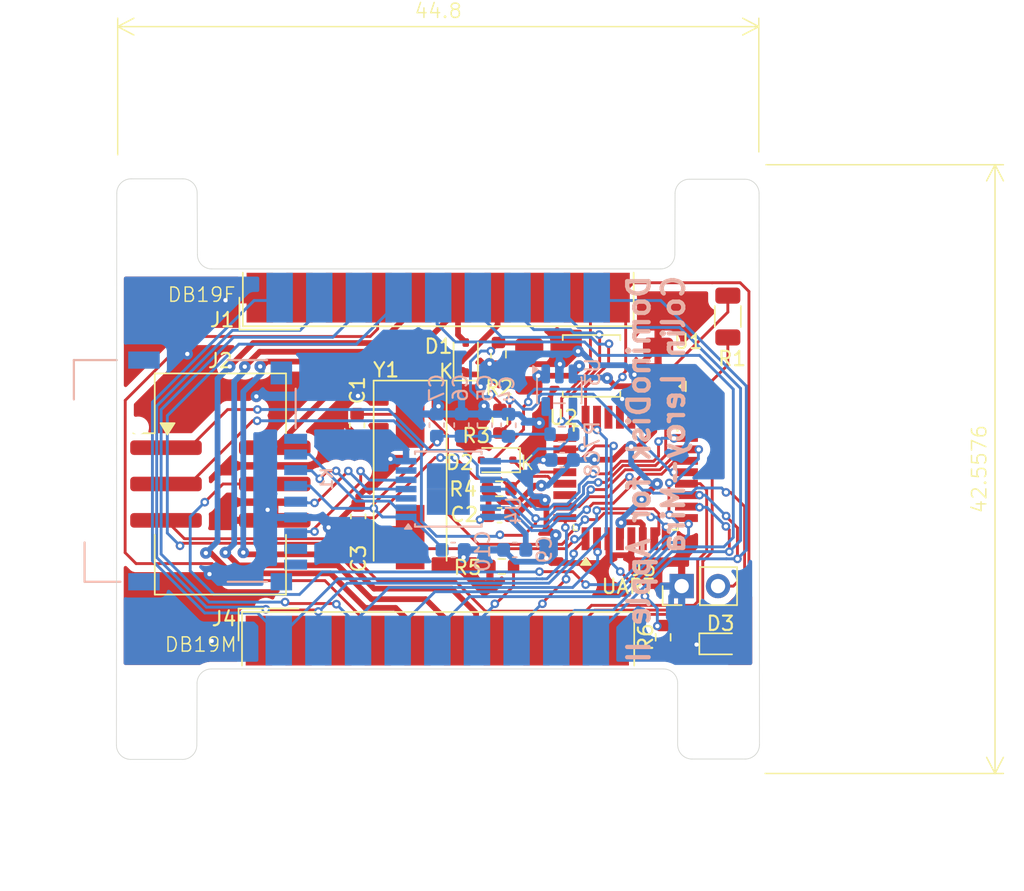
<source format=kicad_pcb>
(kicad_pcb (version 20241229) (generator "pcbnew") (generator_version "9.0")
  (layers (0 "F.Cu" signal) (2 "B.Cu" signal) (13 "F.Paste" user) (15 "B.Paste" user) (5 "F.SilkS" user "F.Silkscreen") (7 "B.SilkS" user "B.Silkscreen") (1 "F.Mask" user) (3 "B.Mask" user) (25 "Edge.Cuts" user))
  (net 0 "")
  (net 1 "TX")
  (net 2 "GND")
  (net 3 "PH0")
  (net 4 "PH1")
  (net 5 "PH2")
  (net 6 "PH3_in")
  (net 7 "Net-(U2-XTAL2{slash}PB7)")
  (net 8 "WRDATA")
  (net 9 "PH3_out")
  (net 10 "DRV2_burgerDisk")
  (net 11 "CS")
  (net 12 "MOSI")
  (net 13 "MISO")
  (net 14 "SCK")
  (net 15 "DRV1_in")
  (net 16 "HDSEL_out")
  (net 17 "DRV1_out")
  (net 18 "DRV2_out")
  (net 19 "WRPROT_in")
  (net 20 "5V_burgerDisk")
  (net 21 "WRPROT_out")
  (net 22 "5V_apple2")
  (net 23 "EN3.5")
  (net 24 "-12V")
  (net 25 "+12V")
  (net 26 "DRV2_in")
  (net 27 "WREQ")
  (net 28 "Net-(U2-XTAL1{slash}PB6)")
  (net 29 "Net-(D3-A)")
  (net 30 "RESET")
  (net 31 "RDDATA")
  (net 32 "Net-(R1-Pad2)")
  (net 33 "Net-(R2-Pad2)")
  (net 37 "HDSEL_in")
  (net 39 "3V3")
  (net 40 "CS_L")
  (net 41 "MOSI_L")
  (net 43 "MISO_L")
  (net 44 "SCLK_L")
  (net 46 "OE")
  (net 50 "LED")
  (footprint "db19:DSUB-19_Female_EdgeMount_Pitch2.77mm" (layer "F.Cu") (at 121.98 45.0342 180)
    (property "Reference" "J1")
    (property "Value" "Daisy port out")
  )
  (footprint "Capacitor_SMD:C_0603_1608Metric" (layer "F.Cu") (at 116.3869 60.3291 90)
    (property "Reference" "C3")
    (property "Value" "22pF")
  )
  (footprint "MountingHole:MountingHole_3.2mm_M3" (layer "F.Cu") (at 141.4526 39.9288)
    (property "Reference" "REF**")
    (property "Value" "MountingHole_3.2mm_M3")
  )
  (footprint "Diode_SMD:D_SOD-323" (layer "F.Cu") (at 123.9012 49.2252 90)
    (property "Reference" "D1")
    (property "Value" "1N5818WS")
  )
  (footprint "Package_SO:SOP-4_3.8x4.1mm_P2.54mm" (layer "F.Cu") (at 132.6896 49.8094 180)
    (property "Reference" "U1")
    (property "Value" "PC817C-S")
  )
  (footprint "Resistor_SMD:R_0603_1608Metric" (layer "F.Cu") (at 126.4158 63.8302)
    (property "Reference" "R5")
    (property "Value" "330")
  )
  (footprint "LED_SMD:LED_0603_1608Metric" (layer "F.Cu") (at 141.7066 69.2404)
    (property "Reference" "D3")
    (property "Value" "LED")
  )
  (footprint "Package_QFP:TQFP-32_7x7mm_P0.8mm" (layer "F.Cu") (at 135.0731 57.6431 90)
    (property "Reference" "U2")
    (property "Value" "ATmega328P-AU")
  )
  (footprint "Connector_PinHeader_2.54mm:PinHeader_1x02_P2.54mm_Vertical" (layer "F.Cu") (at 138.9888 65.2018 90)
    (property "Reference" "J3")
    (property "Value" "UART")
  )
  (footprint "Capacitor_SMD:C_0603_1608Metric" (layer "F.Cu") (at 126.2634 60.2488)
    (property "Reference" "C2")
    (property "Value" "100nF")
  )
  (footprint "Resistor_SMD:R_1206_3216Metric" (layer "F.Cu") (at 142.2146 46.355 90)
    (property "Reference" "R1")
    (property "Value" "470")
  )
  (footprint "Resistor_SMD:R_0603_1608Metric" (layer "F.Cu") (at 126.1872 48.9966 90)
    (property "Reference" "R2")
    (property "Value" "10k")
  )
  (footprint "MountingHole:MountingHole_3.2mm_M3" (layer "F.Cu") (at 141.5796 74.1934)
    (property "Reference" "REF**")
    (property "Value" "MountingHole_3.2mm_M3")
  )
  (footprint "MountingHole:MountingHole_3.2mm_M3" (layer "F.Cu") (at 102.3366 39.8526)
    (property "Reference" "REF**")
    (property "Value" "MountingHole_3.2mm_M3")
  )
  (footprint "Crystal:Crystal_SMD_HC49-SD" (layer "F.Cu") (at 120.015 57.531 -90)
    (property "Reference" "Y1")
    (property "Value" "16MHz")
  )
  (footprint "Diode_SMD:D_SOD-323F" (layer "F.Cu") (at 126.0897 56.3921 180)
    (property "Reference" "D2")
    (property "Value" "1N4448WS")
  )
  (footprint "MountingHole:MountingHole_3.2mm_M3" (layer "F.Cu") (at 102.3112 74.168)
    (property "Reference" "REF**")
    (property "Value" "MountingHole_3.2mm_M3")
  )
  (footprint "Resistor_SMD:R_0603_1608Metric" (layer "F.Cu") (at 137.6934 68.7832 90)
    (property "Reference" "R6")
    (property "Value" "150")
  )
  (footprint "Connector_IDC:IDC-Header_2x03_P2.54mm_Vertical_SMD" (layer "F.Cu") (at 106.7562 58.0644)
    (property "Reference" "J2")
    (property "Value" "ICSP_ISP6")
  )
  (footprint "Capacitor_SMD:C_0603_1608Metric" (layer "F.Cu") (at 116.3107 53.9661 -90)
    (property "Reference" "C1")
    (property "Value" "22pF")
  )
  (footprint "db19:DSUB-19_Male_EdgeMount_Pitch2.77mm" (layer "F.Cu") (at 121.92 69.0118)
    (property "Reference" "J4")
    (property "Value" "Daisy port in")
  )
  (footprint "Resistor_SMD:R_0603_1608Metric" (layer "F.Cu") (at 126.2421 58.3987)
    (property "Reference" "R4")
    (property "Value" "10K")
  )
  (footprint "Resistor_SMD:R_0603_1608Metric" (layer "F.Cu") (at 126.2888 53.6702 90)
    (property "Reference" "R3")
    (property "Value" "1k")
  )
  (footprint "Resistor_SMD:R_0603_1608Metric" (layer "B.Cu") (at 130.6182 54.58)
    (property "Reference" "R7")
    (property "Value" "10k")
  )
  (footprint "MICROSD-HYC77-TF09-200:MICROSD-HYC77-TF09-200" (layer "B.Cu") (at 104.267 57.15 90)
    (property "Reference" "K1")
    (property "Value" "HYC77-TF09-200" (hide yes))
  )
  (footprint "Capacitor_SMD:C_0603_1608Metric" (layer "B.Cu") (at 121.8776 53.9464 -90)
    (property "Reference" "C7")
    (property "Value" "100n")
  )
  (footprint "Capacitor_SMD:C_0603_1608Metric" (layer "B.Cu") (at 125.2304 53.9464 -90)
    (property "Reference" "C5")
    (property "Value" "2u2")
  )
  (footprint "Capacitor_SMD:C_0603_1608Metric" (layer "B.Cu") (at 130.6436 56.3834)
    (property "Reference" "C8")
    (property "Value" "2u2")
  )
  (footprint "Capacitor_SMD:C_0603_1608Metric" (layer "B.Cu") (at 126.8844 53.9574 -90)
    (property "Reference" "C4")
    (property "Value" "2u2")
  )
  (footprint "Capacitor_SMD:C_0603_1608Metric" (layer "B.Cu") (at 127.3256 62.6716)
    (property "Reference" "C9")
    (property "Value" "100n")
  )
  (footprint "Package_SO:TSSOP-14-1EP_4.4x5mm_P0.65mm" (layer "B.Cu") (at 122.682 58.42)
    (property "Reference" "U4")
    (property "Value" "TXB0104QPWRQ1")
  )
  (footprint "Capacitor_SMD:C_0603_1608Metric" (layer "B.Cu") (at 123.0206 62.6716)
    (property "Reference" "C10")
    (property "Value" "100n")
  )
  (footprint "Capacitor_SMD:C_0603_1608Metric" (layer "B.Cu") (at 123.6048 53.9464 -90)
    (property "Reference" "C6")
    (property "Value" "100n")
  )
  (footprint "Package_TO_SOT_SMD:SOT-23-5" (layer "B.Cu") (at 130.4404 51.5066 -90)
    (property "Reference" "U3")
    (property "Value" "SE5218")
  )
  (gr_line (start 106.151976 43.0276) (end 137.51024 43.0276) (stroke (width 0.05)) (layer "Edge.Cuts"))
  (gr_arc (start 143.399626 36.7538) (mid 144.106494 37.046481) (end 144.399626 37.753173) (stroke (width 0.05)) (layer "Edge.Cuts"))
  (gr_line (start 144.399626 37.753173) (end 144.423773 76.291573) (stroke (width 0.05)) (layer "Edge.Cuts"))
  (gr_line (start 137.7094 70.993) (end 106.126592 70.993) (stroke (width 0.05)) (layer "Edge.Cuts"))
  (gr_arc (start 139.7094 77.2922) (mid 139.002293 76.999307) (end 138.7094 76.2922) (stroke (width 0.05)) (layer "Edge.Cuts"))
  (gr_arc (start 100.492426 77.3176) (mid 99.785081 77.024495) (end 99.492426 76.316974) (stroke (width 0.05)) (layer "Edge.Cuts"))
  (gr_arc (start 106.151976 43.0276) (mid 105.446312 42.736122) (end 105.151984 42.031632) (stroke (width 0.05)) (layer "Edge.Cuts"))
  (gr_line (start 138.510232 42.031649) (end 138.527568 37.749751) (stroke (width 0.05)) (layer "Edge.Cuts"))
  (gr_line (start 104.109208 77.3176) (end 100.492426 77.3176) (stroke (width 0.05)) (layer "Edge.Cuts"))
  (gr_arc (start 105.1092 76.321616) (mid 104.814894 77.026128) (end 104.109208 77.3176) (stroke (width 0.05)) (layer "Edge.Cuts"))
  (gr_line (start 143.423773 77.2922) (end 139.7094 77.2922) (stroke (width 0.05)) (layer "Edge.Cuts"))
  (gr_line (start 139.52756 36.7538) (end 143.399626 36.7538) (stroke (width 0.05)) (layer "Edge.Cuts"))
  (gr_arc (start 104.134624 36.7284) (mid 104.840288 37.019878) (end 105.134616 37.724368) (stroke (width 0.05)) (layer "Edge.Cuts"))
  (gr_line (start 99.492426 76.316974) (end 99.516575 37.727774) (stroke (width 0.05)) (layer "Edge.Cuts"))
  (gr_arc (start 138.527568 37.749751) (mid 138.82189 37.045284) (end 139.52756 36.7538) (stroke (width 0.05)) (layer "Edge.Cuts"))
  (gr_arc (start 144.423773 76.291573) (mid 144.1311 76.999076) (end 143.423773 77.2922) (stroke (width 0.05)) (layer "Edge.Cuts"))
  (gr_line (start 138.7094 76.2922) (end 138.7094 71.993) (stroke (width 0.05)) (layer "Edge.Cuts"))
  (gr_line (start 105.134616 37.724368) (end 105.151984 42.031632) (stroke (width 0.05)) (layer "Edge.Cuts"))
  (gr_arc (start 105.1266 71.988984) (mid 105.420906 71.284472) (end 106.126592 70.993) (stroke (width 0.05)) (layer "Edge.Cuts"))
  (gr_arc (start 137.7094 70.993) (mid 138.416507 71.285893) (end 138.7094 71.993) (stroke (width 0.05)) (layer "Edge.Cuts"))
  (gr_arc (start 99.516575 37.727774) (mid 99.809688 37.021063) (end 100.516574 36.7284) (stroke (width 0.05)) (layer "Edge.Cuts"))
  (gr_arc (start 138.510232 42.031649) (mid 138.21591 42.736116) (end 137.51024 43.0276) (stroke (width 0.05)) (layer "Edge.Cuts"))
  (gr_line (start 100.516574 36.7284) (end 104.134624 36.7284) (stroke (width 0.05)) (layer "Edge.Cuts"))
  (gr_line (start 105.1266 71.988984) (end 105.1092 76.321616) (stroke (width 0.05)) (layer "Edge.Cuts"))
  (gr_text "DB19F" (at 102.997 45.4152 0) (layer "F.SilkS") (effects (font (size 1 1) (thickness 0.1)) (justify left bottom)))
  (gr_text "DB19M\n" (at 102.7938 69.8754 0) (layer "F.SilkS") (effects (font (size 1 1) (thickness 0.1)) (justify left bottom)))
  (gr_text "DominoDisk for Apple II\nColin Leroy-Mira" (at 139.2936 43.3324 90) (layer "B.SilkS") (effects (font (size 1.5 1.5) (thickness 0.3) (bold yes)) (justify left bottom mirror)))
  (dimension (type orthogonal) (layer "F.SilkS") (pts (xy 144.38 35.3442) (xy 99.58 35.5442)) (height -9.2584) (orientation 0) (format (prefix "") (suffix "") (units 3) (units_format 0) (precision 4) (suppress_zeroes yes)) (style (thickness 0.1) (arrow_length 1.27) (text_position_mode 0) (arrow_direction outward) (extension_height 0.58642) (extension_offset 0.5) (keep_text_aligned yes)) (gr_text "44,8" (at 121.98 24.9858 0) (layer "F.SilkS") (effects (font (size 1 1) (thickness 0.1)))))
  (dimension (type orthogonal) (layer "F.SilkS") (pts (xy 144.32 78.3018) (xy 144.38 35.7442)) (height 16.5636) (orientation 1) (format (prefix "") (suffix "") (units 3) (units_format 0) (precision 4) (suppress_zeroes yes)) (style (thickness 0.1) (arrow_length 1.27) (text_position_mode 0) (arrow_direction outward) (extension_height 0.58642) (extension_offset 0.5) (keep_text_aligned yes)) (gr_text "42,5576" (at 159.7836 57.023 90) (layer "F.SilkS") (effects (font (size 1 1) (thickness 0.1)))))
  (segment (start 135.241695 57.573799) (end 133.863133 58.952361) (width 0.2) (layer "F.Cu") (net 1))
  (segment (start 142.4004 58.6486) (end 143.3868 59.635) (width 0.2) (layer "F.Cu") (net 1))
  (segment (start 142.0876 58.6486) (end 142.4004 58.6486) (width 0.2) (layer "F.Cu") (net 1))
  (segment (start 135.343294 57.573799) (end 135.241695 57.573799) (width 0.2) (layer "F.Cu") (net 1))
  (segment (start 133.863133 58.952361) (end 132.513839 58.952361) (width 0.2) (layer "F.Cu") (net 1))
  (segment (start 143.3868 59.635) (end 143.3868 64.4106) (width 0.2) (layer "F.Cu") (net 1))
  (segment (start 142.5956 65.2018) (end 141.5288 65.2018) (width 0.2) (layer "F.Cu") (net 1))
  (segment (start 131.8231 59.6431) (end 130.8231 59.6431) (width 0.2) (layer "F.Cu") (net 1))
  (segment (start 132.513839 58.952361) (end 131.8231 59.6431) (width 0.2) (layer "F.Cu") (net 1))
  (segment (start 143.3868 64.4106) (end 142.5956 65.2018) (width 0.2) (layer "F.Cu") (net 1))
  (via (at 142.0876 58.6486) (size 0.6) (drill 0.3) (layers "F.Cu" "B.Cu") (net 1))
  (via (at 135.343294 57.573799) (size 0.6) (drill 0.3) (layers "F.Cu" "B.Cu") (net 1))
  (segment (start 139.667579 58.7004) (end 140.025879 58.3421) (width 0.2) (layer "B.Cu") (net 1))
  (segment (start 136.800448 58.4952) (end 137.005648 58.7004) (width 0.2) (layer "B.Cu") (net 1))
  (segment (start 137.005648 58.7004) (end 139.667579 58.7004) (width 0.2) (layer "B.Cu") (net 1))
  (segment (start 140.025879 58.3421) (end 141.7811 58.3421) (width 0.2) (layer "B.Cu") (net 1))
  (segment (start 135.343294 57.573799) (end 136.264695 58.4952) (width 0.2) (layer "B.Cu") (net 1))
  (segment (start 136.264695 58.4952) (end 136.800448 58.4952) (width 0.2) (layer "B.Cu") (net 1))
  (segment (start 141.7811 58.3421) (end 142.0876 58.6486) (width 0.2) (layer "B.Cu") (net 1))
  (segment (start 126.0856 49.9232) (end 125.834397 49.9232) (width 0.4) (layer "F.Cu") (net 2))
  (segment (start 129.1844 58.928) (end 128.7526 58.928) (width 0.4) (layer "F.Cu") (net 2))
  (segment (start 116.3869 58.910862) (end 116.3869 59.5541) (width 0.4) (layer "F.Cu") (net 2))
  (segment (start 107.128899 45.2374) (end 107.128899 45.229099) (width 0.4) (layer "F.Cu") (net 2))
  (segment (start 114.360741 61.147741) (end 114.518659 61.147741) (width 0.4) (layer "F.Cu") (net 2))
  (segment (start 129.3368 56.3834) (end 129.3965 56.4431) (width 0.4) (layer "F.Cu") (net 2))
  (segment (start 134.0471 63.0441) (end 135.2835 63.0441) (width 0.4) (layer "F.Cu") (net 2))
  (segment (start 110.0582 59.8678) (end 110.0582 60.1064) (width 0.4) (layer "F.Cu") (net 2))
  (segment (start 114.518659 61.147741) (end 116.1123 59.5541) (width 0.4) (layer "F.Cu") (net 2))
  (segment (start 124.4346 63.881) (end 123.7488 63.1952) (width 0.4) (layer "F.Cu") (net 2))
  (segment (start 135.2835 63.0441) (end 135.4731 62.8545) (width 0.4) (layer "F.Cu") (net 2))
  (segment (start 133.8731 63.0931) (end 133.8731 61.8931) (width 0.4) (layer "F.Cu") (net 2))
  (segment (start 135.4731 61.8931) (end 135.4731 62.8545) (width 0.4) (layer "F.Cu") (net 2))
  (segment (start 129.54 63.246) (end 129.883082 63.589082) (width 0.4) (layer "F.Cu") (net 2))
  (segment (start 124.9426 52.3748) (end 125.1712 52.6034) (width 0.4) (layer "F.Cu") (net 2))
  (segment (start 140.0302 69.2912) (end 140.8683 69.2912) (width 0.4) (layer "F.Cu") (net 2))
  (segment (start 129.54 61.04) (end 129.54 59.2836) (width 0.4) (layer "F.Cu") (net 2))
  (segment (start 130.190123 61.6346) (end 130.1346 61.6346) (width 0.4) (layer "F.Cu") (net 2))
  (segment (start 140.8683 69.2912) (end 140.9191 69.2404) (width 0.4) (layer "F.Cu") (net 2))
  (segment (start 116.1123 59.5541) (end 116.3869 59.5541) (width 0.4) (layer "F.Cu") (net 2))
  (segment (start 109.436 45.2374) (end 107.128899 45.2374) (width 0.4) (layer "F.Cu") (net 2))
  (segment (start 129.4384 59.182) (end 129.1844 58.928) (width 0.4) (layer "F.Cu") (net 2))
  (segment (start 115.4847 52.721278) (end 115.4847 53.9151) (width 0.4) (layer "F.Cu") (net 2))
  (segment (start 130.4798 49.6824) (end 126.9746 49.6824) (width 0.4) (layer "F.Cu") (net 2))
  (segment (start 116.300233 51.905745) (end 115.4847 52.721278) (width 0.4) (layer "F.Cu") (net 2))
  (segment (start 127.0597 60.2275) (end 127.0384 60.2488) (width 0.4) (layer "F.Cu") (net 2))
  (segment (start 129.102607 53.792237) (end 129.1082 53.79783) (width 0.4) (layer "F.Cu") (net 2))
  (segment (start 129.1082 53.79783) (end 129.1082 55.6052) (width 0.4) (layer "F.Cu") (net 2))
  (segment (start 112.22 69.0118) (end 114.99 69.0118) (width 0.4) (layer "F.Cu") (net 2))
  (segment (start 126.8354 49.8216) (end 126.1872 49.8216) (width 0.4) (layer "F.Cu") (net 2))
  (segment (start 114.31512 61.10212) (end 114.360741 61.147741) (width 0.4) (layer "F.Cu") (net 2))
  (segment (start 117.0116 58.286162) (end 116.3869 58.910862) (width 0.4) (layer "F.Cu") (net 2))
  (segment (start 134.6731 53.3931) (end 134.6731 52.276718) (width 0.4) (layer "F.Cu") (net 2))
  (segment (start 131.7498 48.8054) (end 130.8728 49.6824) (width 0.4) (layer "F.Cu") (net 2))
  (segment (start 129.54 59.2836) (end 129.4384 59.182) (width 0.4) (layer "F.Cu") (net 2))
  (segment (start 135.4731 62.8545) (end 135.4731 64.0737) (width 0.4) (layer "F.Cu") (net 2))
  (segment (start 135.6868 50.1322) (end 137.3396 48.4794) (width 0.4) (layer "F.Cu") (net 2))
  (segment (start 129.883082 63.589082) (end 133.377118 63.589082) (width 0.4) (layer "F.Cu") (net 2))
  (segment (start 106.1974 69.0118) (end 109.45 69.0118) (width 0.4) (layer "F.Cu") (net 2))
  (segment (start 105.9942 64.3636) (end 105.9942 68.8848) (width 0.4) (layer "F.Cu") (net 2))
  (segment (start 129.040774 53.792237) (end 129.102607 53.792237) (width 0.4) (layer "F.Cu") (net 2))
  (segment (start 116.370945 51.905745) (end 116.300233 51.905745) (width 0.4) (layer "F.Cu") (net 2))
  (segment (start 115.4847 53.9151) (end 116.3107 54.7411) (width 0.4) (layer "F.Cu") (net 2))
  (segment (start 133.8731 62.8701) (end 134.0471 63.0441) (width 0.4) (layer "F.Cu") (net 2))
  (segment (start 109.45 69.0118) (end 112.22 69.0118) (width 0.4) (layer "F.Cu") (net 2))
  (segment (start 118.639014 56.588038) (end 117.0116 58.215452) (width 0.4) (layer "F.Cu") (net 2))
  (segment (start 129.3368 55.8338) (end 129.3368 56.3834) (width 0.4) (layer "F.Cu") (net 2))
  (segment (start 125.834397 49.9232) (end 125.56444 49.653243) (width 0.4) (layer "F.Cu") (net 2))
  (segment (start 118.639014 56.316186) (end 117.063928 54.7411) (width 0.4) (layer "F.Cu") (net 2))
  (segment (start 134.6731 52.276718) (end 134.832365 52.117453) (width 0.4) (layer "F.Cu") (net 2))
  (segment (start 136.6012 65.2018) (end 138.9888 65.2018) (width 0.4) (layer "F.Cu") (net 2))
  (segment (start 121.9962 52.6288) (end 121.9962 51.3102) (width 0.4) (layer "F.Cu") (net 2))
  (segment (start 118.639014 56.316186) (end 118.639014 56.588038) (width 0.4) (layer "F.Cu") (net 2))
  (segment (start 129.1082 55.6052) (end 129.3368 55.8338) (width 0.4) (layer "F.Cu") (net 2))
  (segment (start 131.7498 48.783) (end 131.7498 48.8054) (width 0.4) (layer "F.Cu") (net 2))
  (segment (start 107.4166 51.943) (end 104.4448 48.9712) (width 0.4) (layer "F.Cu") (net 2))
  (segment (start 112.206 45.2374) (end 114.976 45.2374) (width 0.4) (layer "F.Cu") (net 2))
  (segment (start 106.172 69.0372) (end 106.1466 69.0372) (width 0.4) (layer "F.Cu") (net 2))
  (segment (start 130.8728 49.6824) (end 130.4798 49.6824) (width 0.4) (layer "F.Cu") (net 2))
  (segment (start 109.2708 51.943) (end 107.4166 51.943) (width 0.4) (layer "F.Cu") (net 2))
  (segment (start 127.4531 60.2275) (end 127.0597 60.2275) (width 0.4) (layer "F.Cu") (net 2))
  (segment (start 110.0582 60.1064) (end 110.5562 60.6044) (width 0.4) (layer "F.Cu") (net 2))
  (segment (start 128.7526 58.928) (end 127.4531 60.2275) (width 0.4) (layer "F.Cu") (net 2))
  (segment (start 107.128899 45.229099) (end 107.1118 45.212) (width 0.4) (layer "F.Cu") (net 2))
  (segment (start 117.59669 50.68) (end 116.370945 51.905745) (width 0.4) (layer "F.Cu") (net 2))
  (segment (start 105.9942 68.8848) (end 106.1466 69.0372) (width 0.4) (layer "F.Cu") (net 2))
  (segment (start 133.377118 63.589082) (end 133.8731 63.0931) (width 0.4) (layer "F.Cu") (net 2))
  (segment (start 117.063928 54.7411) (end 116.3107 54.7411) (width 0.4) (layer "F.Cu") (net 2))
  (segment (start 135.4731 64.0737) (end 136.6012 65.2018) (width 0.4) (layer "F.Cu") (net 2))
  (segment (start 126.9746 49.6824) (end 126.8354 49.8216) (width 0.4) (layer "F.Cu") (net 2))
  (segment (start 125.54 63.881) (end 124.4346 63.881) (width 0.4) (layer "F.Cu") (net 2))
  (segment (start 124.9426 51.2572) (end 124.9426 52.3748) (width 0.4) (layer "F.Cu") (net 2))
  (segment (start 121.366 50.68) (end 117.59669 50.68) (width 0.4) (layer "F.Cu") (net 2))
  (segment (start 109.436 45.2374) (end 112.206 45.2374) (width 0.4) (layer "F.Cu") (net 2))
  (segment (start 106.1974 69.0118) (end 106.172 69.0372) (width 0.4) (layer "F.Cu") (net 2))
  (segment (start 117.0116 58.215452) (end 117.0116 58.286162) (width 0.4) (layer "F.Cu") (net 2))
  (segment (start 121.9962 51.3102) (end 121.366 50.68) (width 0.4) (layer "F.Cu") (net 2))
  (segment (start 125.5908 63.8302) (end 125.54 63.881) (width 0.4) (layer "F.Cu") (net 2))
  (segment (start 133.8731 61.8931) (end 133.8731 62.8701) (width 0.4) (layer "F.Cu") (net 2))
  (segment (start 126.1872 49.8216) (end 126.0856 49.9232) (width 0.4) (layer "F.Cu") (net 2))
  (segment (start 135.6868 50.419) (end 135.6868 50.1322) (width 0.4) (layer "F.Cu") (net 2))
  (segment (start 130.1346 61.6346) (end 129.54 61.04) (width 0.4) (layer "F.Cu") (net 2))
  (via (at 109.2708 51.943) (size 0.8) (drill 0.3) (layers "F.Cu" "B.Cu") (net 2))
  (via (at 134.832365 52.117453) (size 0.8) (drill 0.3) (layers "F.Cu" "B.Cu") (net 2))
  (via (at 118.639014 56.316186) (size 0.8) (drill 0.3) (layers "F.Cu" "B.Cu") (net 2))
  (via (at 105.9942 64.3636) (size 0.8) (drill 0.3) (layers "F.Cu" "B.Cu") (net 2))
  (via (at 140.0302 69.2912) (size 0.8) (drill 0.3) (layers "F.Cu" "B.Cu") (net 2))
  (via (at 125.56444 49.653243) (size 0.8) (drill 0.3) (layers "F.Cu" "B.Cu") (net 2))
  (via (at 130.4798 49.6824) (size 0.8) (drill 0.3) (layers "F.Cu" "B.Cu") (net 2))
  (via (at 123.7488 63.1952) (size 0.8) (drill 0.3) (layers "F.Cu" "B.Cu") (net 2))
  (via (at 104.4448 48.9712) (size 0.8) (drill 0.3) (layers "F.Cu" "B.Cu") (net 2))
  (via (at 107.1118 45.212) (size 0.8) (drill 0.3) (layers "F.Cu" "B.Cu") (net 2))
  (via (at 116.370945 51.905745) (size 0.8) (drill 0.3) (layers "F.Cu" "B.Cu") (net 2))
  (via (at 110.0582 59.8678) (size 0.8) (drill 0.3) (layers "F.Cu" "B.Cu") (net 2))
  (via (at 129.040774 53.792237) (size 0.8) (drill 0.3) (layers "F.Cu" "B.Cu") (net 2))
  (via (at 124.9426 51.2572) (size 0.8) (drill 0.3) (layers "F.Cu" "B.Cu") (net 2))
  (via (at 131.7498 48.783) (size 0.8) (drill 0.3) (layers "F.Cu" "B.Cu") (net 2))
  (via (at 129.4384 59.182) (size 0.8) (drill 0.3) (layers "F.Cu" "B.Cu") (net 2))
  (via (at 114.31512 61.10212) (size 0.8) (drill 0.3) (layers "F.Cu" "B.Cu") (net 2))
  (via (at 125.1712 52.6034) (size 0.8) (drill 0.3) (layers "F.Cu" "B.Cu") (net 2))
  (via (at 130.190123 61.6346) (size 0.8) (drill 0.3) (layers "F.Cu" "B.Cu") (net 2))
  (via (at 129.54 63.246) (size 0.8) (drill 0.3) (layers "F.Cu" "B.Cu") (net 2))
  (via (at 129.3368 56.3834) (size 0.6) (drill 0.3) (layers "F.Cu" "B.Cu") (net 2))
  (via (at 121.9962 52.6288) (size 0.8) (drill 0.3) (layers "F.Cu" "B.Cu") (net 2))
  (via (at 135.6868 50.419) (size 0.8) (drill 0.3) (layers "F.Cu" "B.Cu") (net 2))
  (via (at 106.1466 69.0372) (size 0.8) (drill 0.3) (layers "F.Cu" "B.Cu") (net 2))
  (segment (start 128.935 56.3834) (end 129.8686 56.3834) (width 0.4) (layer "B.Cu") (net 2))
  (segment (start 123.7956 62.6716) (end 126.5506 62.6716) (width 0.4) (layer "B.Cu") (net 2))
  (segment (start 125.56444 49.653243) (end 125.56444 50.63536) (width 0.4) (layer "B.Cu") (net 2))
  (segment (start 114.31512 61.10212) (end 113.665 60.452) (width 0.4) (layer "B.Cu") (net 2))
  (segment (start 128.222097 53.774697) (end 127.6298 53.1824) (width 0.4) (layer "B.Cu") (net 2))
  (segment (start 116.370945 51.905745) (end 109.308055 51.905745) (width 0.4) (layer "B.Cu") (net 2))
  (segment (start 119.714112 56.452112) (end 119.732 56.47) (width 0.4) (layer "B.Cu") (net 2))
  (segment (start 109.308055 51.905745) (end 109.2708 51.943) (width 0.4) (layer "B.Cu") (net 2))
  (segment (start 130.4404 50.3691) (end 130.4404 49.7218) (width 0.4) (layer "B.Cu") (net 2))
  (segment (start 138.2522 65.9384) (end 138.9888 65.2018) (width 0.4) (layer "B.Cu") (net 2))
  (segment (start 113.665 60.452) (end 112.4008 60.452) (width 0.4) (layer "B.Cu") (net 2))
  (segment (start 126.5506 62.6716) (end 127.3766 63.4976) (width 0.4) (layer "B.Cu") (net 2))
  (segment (start 138.2776 68.1482) (end 138.2522 68.1228) (width 0.4) (layer "B.Cu") (net 2))
  (segment (start 138.8618 68.1482) (end 140.0048 69.2912) (width 0.4) (layer "B.Cu") (net 2))
  (segment (start 110.0582 59.8678) (end 110.0582 62.8396) (width 0.4) (layer "B.Cu") (net 2))
  (segment (start 135.02711 49.75931) (end 135.6868 50.419) (width 0.4) (layer "B.Cu") (net 2))
  (segment (start 129.4384 59.182) (end 129.200649 58.944249) (width 0.4) (layer "B.Cu") (net 2))
  (segment (start 132.91891 49.75931) (end 135.02711 49.75931) (width 0.4) (layer "B.Cu") (net 2))
  (segment (start 129.040774 53.792237) (end 129.023234 53.774697) (width 0.4) (layer "B.Cu") (net 2))
  (segment (start 129.200649 58.944249) (end 128.646249 58.944249) (width 0.4) (layer "B.Cu") (net 2))
  (segment (start 112.017 60.4) (end 110.5904 60.4) (width 0.4) (layer "B.Cu") (net 2))
  (segment (start 135.6868 51.263018) (end 135.6868 50.419) (width 0.4) (layer "B.Cu") (net 2))
  (segment (start 127.6298 53.1824) (end 126.8844 53.1824) (width 0.4) (layer "B.Cu") (net 2))
  (segment (start 131.7498 48.783) (end 131.8484 48.8816) (width 0.4) (layer "B.Cu") (net 2))
  (segment (start 126.8734 53.1714) (end 126.8844 53.1824) (width 0.4) (layer "B.Cu") (net 2))
  (segment (start 110.5904 60.4) (end 110.0582 59.8678) (width 0.4) (layer "B.Cu") (net 2))
  (segment (start 130.1084 61.716323) (end 130.1084 61.9664) (width 0.4) (layer "B.Cu") (net 2))
  (segment (start 118.639014 56.316186) (end 118.77494 56.452112) (width 0.4) (layer "B.Cu") (net 2))
  (segment (start 138.2776 68.1482) (end 138.8618 68.1482) (width 0.4) (layer "B.Cu") (net 2))
  (segment (start 125.2304 53.1714) (end 126.8734 53.1714) (width 0.4) (layer "B.Cu") (net 2))
  (segment (start 138.2522 68.1228) (end 138.2522 65.9384) (width 0.4) (layer "B.Cu") (net 2))
  (segment (start 125.56444 50.63536) (end 124.9426 51.2572) (width 0.4) (layer "B.Cu") (net 2))
  (segment (start 128.4072 56.9112) (end 128.935 56.3834) (width 0.4) (layer "B.Cu") (net 2))
  (segment (start 112.4008 60.452) (end 112.3488 60.4) (width 0.4) (layer "B.Cu") (net 2))
  (segment (start 121.8776 53.1714) (end 123.6048 53.1714) (width 0.4) (layer "B.Cu") (net 2))
  (segment (start 130.1084 61.9664) (end 129.54 62.5348) (width 0.4) (layer "B.Cu") (net 2))
  (segment (start 110.0582 62.8396) (end 108.5342 64.3636) (width 0.4) (layer "B.Cu") (net 2))
  (segment (start 104.4448 48.9712) (end 104.4448 47.879) (width 0.4) (layer "B.Cu") (net 2))
  (segment (start 128.646249 58.944249) (end 128.4072 58.7052) (width 0.4) (layer "B.Cu") (net 2))
  (segment (start 108.5342 64.3636) (end 105.9942 64.3636) (width 0.4) (layer "B.Cu") (net 2))
  (segment (start 132.0412 48.8816) (end 132.91891 49.75931) (width 0.4) (layer "B.Cu") (net 2))
  (segment (start 130.4404 49.7218) (end 130.4798 49.6824) (width 0.4) (layer "B.Cu") (net 2))
  (segment (start 130.190123 61.6346) (end 130.1084 61.716323) (width 0.4) (layer "B.Cu") (net 2))
  (segment (start 118.77494 56.452112) (end 119.714112 56.452112) (width 0.4) (layer "B.Cu") (net 2))
  (segment (start 129.54 62.5348) (end 129.54 63.246) (width 0.4) (layer "B.Cu") (net 2))
  (segment (start 131.8484 48.8816) (end 132.0412 48.8816) (width 0.4) (layer "B.Cu") (net 2))
  (segment (start 104.4448 47.879) (end 107.1118 45.212) (width 0.4) (layer "B.Cu") (net 2))
  (segment (start 140.0048 69.2912) (end 140.0302 69.2912) (width 0.4) (layer "B.Cu") (net 2))
  (segment (start 129.2884 63.4976) (end 129.54 63.246) (width 0.4) (layer "B.Cu") (net 2))
  (segment (start 134.832365 52.117453) (end 135.6868 51.263018) (width 0.4) (layer "B.Cu") (net 2))
  (segment (start 123.6048 53.1714) (end 125.2304 53.1714) (width 0.4) (layer "B.Cu") (net 2))
  (segment (start 127.3766 63.4976) (end 129.2884 63.4976) (width 0.4) (layer "B.Cu") (net 2))
  (segment (start 129.023234 53.774697) (end 128.222097 53.774697) (width 0.4) (layer "B.Cu") (net 2))
  (segment (start 112.3488 60.4) (end 112.017 60.4) (width 0.4) (layer "B.Cu") (net 2))
  (segment (start 128.4072 58.7052) (end 128.4072 56.9112) (width 0.4) (layer "B.Cu") (net 2))
  (segment (start 130.8608 61.1124) (end 130.8608 60.705321) (width 0.2) (layer "F.Cu") (net 3))
  (segment (start 130.8231 60.667621) (end 130.8231 60.4431) (width 0.2) (layer "F.Cu") (net 3))
  (segment (start 130.8608 60.705321) (end 130.8231 60.667621) (width 0.2) (layer "F.Cu") (net 3))
  (via (at 130.8608 61.1124) (size 0.6) (drill 0.3) (layers "F.Cu" "B.Cu") (net 3))
  (segment (start 114.9604 64.6938) (end 110.835 68.8192) (width 0.2) (layer "B.Cu") (net 3))
  (segment (start 129.5654 64.6938) (end 129.260484 64.6938) (width 0.2) (layer "B.Cu") (net 3))
  (segment (start 129.260484 64.6938) (end 129.258932 64.695352) (width 0.2) (layer "B.Cu") (net 3))
  (segment (start 128.84389 64.695352) (end 128.842338 64.6938) (width 0.2) (layer "B.Cu") (net 3))
  (segment (start 130.937 61.1886) (end 130.937 63.3222) (width 0.2) (layer "B.Cu") (net 3))
  (segment (start 109.110211 45.2374) (end 110.821 45.2374) (width 0.2) (layer "B.Cu") (net 3))
  (segment (start 110.835 69.0118) (end 110.835 68.560319) (width 0.2) (layer "B.Cu") (net 3))
  (segment (start 110.835 68.8192) (end 110.835 69.0118) (width 0.2) (layer "B.Cu") (net 3))
  (segment (start 130.8608 61.1124) (end 130.937 61.1886) (width 0.2) (layer "B.Cu") (net 3))
  (segment (start 109.354 67.079319) (end 105.661919 67.079319) (width 0.2) (layer "B.Cu") (net 3))
  (segment (start 110.835 68.560319) (end 109.354 67.079319) (width 0.2) (layer "B.Cu") (net 3))
  (segment (start 130.937 63.3222) (end 129.5654 64.6938) (width 0.2) (layer "B.Cu") (net 3))
  (segment (start 128.842338 64.6938) (end 114.9604 64.6938) (width 0.2) (layer "B.Cu") (net 3))
  (segment (start 129.258932 64.695352) (end 128.84389 64.695352) (width 0.2) (layer "B.Cu") (net 3))
  (segment (start 102.0064 63.4238) (end 102.0064 52.341211) (width 0.2) (layer "B.Cu") (net 3))
  (segment (start 105.661919 67.079319) (end 102.0064 63.4238) (width 0.2) (layer "B.Cu") (net 3))
  (segment (start 102.0064 52.341211) (end 109.110211 45.2374) (width 0.2) (layer "B.Cu") (net 3))
  (segment (start 131.441882 62.741482) (end 132.1394 62.043964) (width 0.2) (layer "F.Cu") (net 4))
  (segment (start 131.441882 62.938082) (end 131.441882 62.741482) (width 0.2) (layer "F.Cu") (net 4))
  (segment (start 113.560602 66.871798) (end 113.605 66.8274) (width 0.2) (layer "F.Cu") (net 4))
  (segment (start 109.9312 66.8194) (end 109.983598 66.871798) (width 0.2) (layer "F.Cu") (net 4))
  (segment (start 132.1394 62.043964) (end 132.1394 62.0268) (width 0.2) (layer "F.Cu") (net 4))
  (segment (start 109.983598 66.871798) (end 113.560602 66.871798) (width 0.2) (layer "F.Cu") (net 4))
  (segment (start 132.1394 62.0268) (end 132.2731 61.8931) (width 0.2) (layer "F.Cu") (net 4))
  (segment (start 113.605 66.8274) (end 113.605 66.9798) (width 0.2) (layer "F.Cu") (net 4))
  (via (at 113.605 66.9798) (size 0.6) (drill 0.3) (layers "F.Cu" "B.Cu") (net 4))
  (via (at 109.9312 66.8194) (size 0.6) (drill 0.3) (layers "F.Cu" "B.Cu") (net 4))
  (via (at 131.441882 62.938082) (size 0.6) (drill 0.3) (layers "F.Cu" "B.Cu") (net 4))
  (segment (start 113.605 66.9798) (end 113.6396 66.9798) (width 0.2) (layer "B.Cu") (net 4))
  (segment (start 105.784878 66.675) (end 102.3074 63.197522) (width 0.2) (layer "B.Cu") (net 4))
  (segment (start 102.3074 63.197522) (end 102.3074 52.607311) (width 0.2) (layer "B.Cu") (net 4))
  (segment (start 129.720048 64.996352) (end 131.441882 63.274518) (width 0.2) (layer "B.Cu") (net 4))
  (segment (start 114.359756 66.259644) (end 114.359756 66.25823) (width 0.2) (layer "B.Cu") (net 4))
  (segment (start 107.594511 47.3202) (end 112.324867 47.3202) (width 0.2) (layer "B.Cu") (net 4))
  (segment (start 113.591 46.054067) (end 113.591 45.2374) (width 0.2) (layer "B.Cu") (net 4))
  (segment (start 114.359756 66.25823) (end 114.653235 65.964751) (width 0.2) (layer "B.Cu") (net 4))
  (segment (start 112.324867 47.3202) (end 113.591 46.054067) (width 0.2) (layer "B.Cu") (net 4))
  (segment (start 109.802602 66.8194) (end 109.658202 66.675) (width 0.2) (layer "B.Cu") (net 4))
  (segment (start 113.605 69.0118) (end 113.605 66.9798) (width 0.2) (layer "B.Cu") (net 4))
  (segment (start 109.658202 66.675) (end 105.784878 66.675) (width 0.2) (layer "B.Cu") (net 4))
  (segment (start 113.6396 66.9798) (end 114.359756 66.259644) (width 0.2) (layer "B.Cu") (net 4))
  (segment (start 131.441882 63.274518) (end 131.441882 62.938082) (width 0.2) (layer "B.Cu") (net 4))
  (segment (start 114.653235 65.964751) (end 114.654649 65.964751) (width 0.2) (layer "B.Cu") (net 4))
  (segment (start 109.9312 66.8194) (end 109.802602 66.8194) (width 0.2) (layer "B.Cu") (net 4))
  (segment (start 102.3074 52.607311) (end 107.594511 47.3202) (width 0.2) (layer "B.Cu") (net 4))
  (segment (start 115.623048 64.996352) (end 129.720048 64.996352) (width 0.2) (layer "B.Cu") (net 4))
  (segment (start 114.654649 65.964751) (end 115.623048 64.996352) (width 0.2) (layer "B.Cu") (net 4))
  (segment (start 114.816005 66.421) (end 111.379 66.421) (width 0.2) (layer "F.Cu") (net 5))
  (segment (start 133.0706 62.776789) (end 133.0706 61.8956) (width 0.2) (layer "F.Cu") (net 5))
  (segment (start 111.379 66.421) (end 111.2774 66.3194) (width 0.2) (layer "F.Cu") (net 5))
  (segment (start 133.0706 61.8956) (end 133.0731 61.8931) (width 0.2) (layer "F.Cu") (net 5))
  (segment (start 114.860756 66.465751) (end 114.816005 66.421) (width 0.2) (layer "F.Cu") (net 5))
  (segment (start 133.114705 62.820894) (end 133.0706 62.776789) (width 0.2) (layer "F.Cu") (net 5))
  (via (at 114.860756 66.465751) (size 0.6) (drill 0.3) (layers "F.Cu" "B.Cu") (net 5))
  (via (at 133.114705 62.820894) (size 0.6) (drill 0.3) (layers "F.Cu" "B.Cu") (net 5))
  (via (at 111.2774 66.3194) (size 0.6) (drill 0.3) (layers "F.Cu" "B.Cu") (net 5))
  (segment (start 107.6706 47.8028) (end 114.612267 47.8028) (width 0.2) (layer "B.Cu") (net 5))
  (segment (start 131.374848 65.297352) (end 118.522448 65.297352) (width 0.2) (layer "B.Cu") (net 5))
  (segment (start 118.522448 65.297352) (end 116.375 67.4448) (width 0.2) (layer "B.Cu") (net 5))
  (segment (start 116.361 46.054067) (end 116.361 45.2374) (width 0.2) (layer "B.Cu") (net 5))
  (segment (start 105.9688 66.3194) (end 102.616 62.9666) (width 0.2) (layer "B.Cu") (net 5))
  (segment (start 133.114705 62.820894) (end 133.114705 63.557495) (width 0.2) (layer "B.Cu") (net 5))
  (segment (start 106.648611 48.8332) (end 106.648611 48.824789) (width 0.2) (layer "B.Cu") (net 5))
  (segment (start 111.2774 66.3194) (end 105.9688 66.3194) (width 0.2) (layer "B.Cu") (net 5))
  (segment (start 102.616 52.865811) (end 106.648611 48.8332) (width 0.2) (layer "B.Cu") (net 5))
  (segment (start 114.860756 66.465751) (end 116.375 67.979995) (width 0.2) (layer "B.Cu") (net 5))
  (segment (start 106.648611 48.824789) (end 107.6706 47.8028) (width 0.2) (layer "B.Cu") (net 5))
  (segment (start 133.114705 63.557495) (end 131.374848 65.297352) (width 0.2) (layer "B.Cu") (net 5))
  (segment (start 102.616 62.9666) (end 102.616 52.865811) (width 0.2) (layer "B.Cu") (net 5))
  (segment (start 114.612267 47.8028) (end 116.361 46.054067) (width 0.2) (layer "B.Cu") (net 5))
  (segment (start 116.375 67.4448) (end 116.375 69.0118) (width 0.2) (layer "B.Cu") (net 5))
  (segment (start 116.375 67.979995) (end 116.375 69.0118) (width 0.2) (layer "B.Cu") (net 5))
  (segment (start 139.4714 60.8584) (end 139.4714 60.5914) (width 0.2) (layer "F.Cu") (net 6))
  (segment (start 139.4714 60.5914) (end 139.3231 60.4431) (width 0.2) (layer "F.Cu") (net 6))
  (via (at 139.4714 60.8584) (size 0.6) (drill 0.3) (layers "F.Cu" "B.Cu") (net 6))
  (segment (start 119.145 69.0118) (end 119.145 68.195133) (width 0.2) (layer "B.Cu") (net 6))
  (segment (start 119.145 68.195133) (end 121.741781 65.598352) (width 0.2) (layer "B.Cu") (net 6))
  (segment (start 139.4714 61.595) (end 139.4714 60.8584) (width 0.2) (layer "B.Cu") (net 6))
  (segment (start 121.741781 65.598352) (end 134.477448 65.598352) (width 0.2) (layer "B.Cu") (net 6))
  (segment (start 138.9088 62.1576) (end 139.4714 61.595) (width 0.2) (layer "B.Cu") (net 6))
  (segment (start 137.9182 62.1576) (end 138.9088 62.1576) (width 0.2) (layer "B.Cu") (net 6))
  (segment (start 134.477448 65.598352) (end 137.9182 62.1576) (width 0.2) (layer "B.Cu") (net 6))
  (segment (start 131.290846 61.425354) (end 131.289433 61.425354) (width 0.2) (layer "F.Cu") (net 7))
  (segment (start 133.128321 60.5536) (end 133.583721 60.0982) (width 0.2) (layer "F.Cu") (net 7))
  (segment (start 122.628402 60.119002) (end 122.628402 54.658002) (width 0.2) (layer "F.Cu") (net 7))
  (segment (start 119.441 53.281) (end 120.015 53.281) (width 0.2) (layer "F.Cu") (net 7))
  (segment (start 124.794 62.2846) (end 122.628402 60.119002) (width 0.2) (layer "F.Cu") (net 7))
  (segment (start 130.995954 61.917046) (end 130.6284 62.2846) (width 0.2) (layer "F.Cu") (net 7))
  (segment (start 119.3511 53.1911) (end 119.441 53.281) (width 0.2) (layer "F.Cu") (net 7))
  (segment (start 131.289433 61.425354) (end 130.995954 61.718833) (width 0.2) (layer "F.Cu") (net 7))
  (segment (start 133.583721 60.0982) (end 136.5522 60.0982) (width 0.2) (layer "F.Cu") (net 7))
  (segment (start 116.3107 53.1911) (end 119.3511 53.1911) (width 0.2) (layer "F.Cu") (net 7))
  (segment (start 132.2324 60.5536) (end 133.128321 60.5536) (width 0.2) (layer "F.Cu") (net 7))
  (segment (start 121.2514 53.281) (end 120.015 53.281) (width 0.2) (layer "F.Cu") (net 7))
  (segment (start 137.8966 61.0616) (end 137.8966 61.8696) (width 0.2) (layer "F.Cu") (net 7))
  (segment (start 137.8966 61.8696) (end 137.8731 61.8931) (width 0.2) (layer "F.Cu") (net 7))
  (segment (start 131.598098 61.118102) (end 131.290846 61.425354) (width 0.2) (layer "F.Cu") (net 7))
  (segment (start 130.6284 62.2846) (end 124.794 62.2846) (width 0.2) (layer "F.Cu") (net 7))
  (segment (start 136.5522 60.0982) (end 136.8298 60.3758) (width 0.2) (layer "F.Cu") (net 7))
  (segment (start 122.628402 54.658002) (end 121.2514 53.281) (width 0.2) (layer "F.Cu") (net 7))
  (segment (start 130.995954 61.718833) (end 130.995954 61.917046) (width 0.2) (layer "F.Cu") (net 7))
  (via (at 131.598098 61.118102) (size 0.6) (drill 0.3) (layers "F.Cu" "B.Cu") (net 7))
  (via (at 132.2324 60.5536) (size 0.6) (drill 0.3) (layers "F.Cu" "B.Cu") (net 7))
  (via (at 136.8298 60.3758) (size 0.6) (drill 0.3) (layers "F.Cu" "B.Cu") (net 7))
  (via (at 137.8966 61.0616) (size 0.6) (drill 0.3) (layers "F.Cu" "B.Cu") (net 7))
  (segment (start 136.8298 60.3758) (end 137.2108 60.3758) (width 0.2) (layer "B.Cu") (net 7))
  (segment (start 131.598098 61.118102) (end 131.667898 61.118102) (width 0.2) (layer "B.Cu") (net 7))
  (segment (start 137.2108 60.3758) (end 137.8966 61.0616) (width 0.2) (layer "B.Cu") (net 7))
  (segment (start 131.667898 61.118102) (end 132.2324 60.5536) (width 0.2) (layer "B.Cu") (net 7))
  (segment (start 142.8868 61.1242) (end 142.8868 63.2968) (width 0.2) (layer "F.Cu") (net 8))
  (segment (start 142.0956 60.333) (end 142.8868 61.1242) (width 0.2) (layer "F.Cu") (net 8))
  (segment (start 142.0956 60.2996) (end 142.0956 60.333) (width 0.2) (layer "F.Cu") (net 8))
  (segment (start 140.2334 58.8431) (end 139.3231 58.8431) (width 0.2) (layer "F.Cu") (net 8))
  (via (at 142.0956 60.2996) (size 0.6) (drill 0.3) (layers "F.Cu" "B.Cu") (net 8))
  (via (at 142.8868 63.2968) (size 0.6) (drill 0.3) (layers "F.Cu" "B.Cu") (net 8))
  (via (at 140.2334 58.8431) (size 0.6) (drill 0.3) (layers "F.Cu" "B.Cu") (net 8))
  (segment (start 143.5046 62.679) (end 143.5046 51.2098) (width 0.2) (layer "B.Cu") (net 8))
  (segment (start 142.8868 63.2968) (end 143.5046 62.679) (width 0.2) (layer "B.Cu") (net 8))
  (segment (start 142.0876 60.2996) (end 140.6311 58.8431) (width 0.2) (layer "B.Cu") (net 8))
  (segment (start 142.523721 63.2978) (end 142.524721 63.2968) (width 0.2) (layer "B.Cu") (net 8))
  (segment (start 142.108679 63.2978) (end 142.523721 63.2978) (width 0.2) (layer "B.Cu") (net 8))
  (segment (start 143.5046 51.2098) (end 137.5322 45.2374) (width 0.2) (layer "B.Cu") (net 8))
  (segment (start 140.6311 58.8431) (end 140.2334 58.8431) (width 0.2) (layer "B.Cu") (net 8))
  (segment (start 142.107679 63.2968) (end 142.108679 63.2978) (width 0.2) (layer "B.Cu") (net 8))
  (segment (start 138.3284 63.2968) (end 142.107679 63.2968) (width 0.2) (layer "B.Cu") (net 8))
  (segment (start 142.0956 60.2996) (end 142.0876 60.2996) (width 0.2) (layer "B.Cu") (net 8))
  (segment (start 142.524721 63.2968) (end 142.8868 63.2968) (width 0.2) (layer "B.Cu") (net 8))
  (segment (start 132.995 69.0118) (end 132.995 68.6302) (width 0.2) (layer "B.Cu") (net 8))
  (segment (start 132.995 68.6302) (end 138.3284 63.2968) (width 0.2) (layer "B.Cu") (net 8))
  (segment (start 137.5322 45.2374) (end 132.981 45.2374) (width 0.2) (layer "B.Cu") (net 8))
  (segment (start 115.1382 62.2046) (end 117.8052 64.8716) (width 0.2) (layer "F.Cu") (net 9))
  (segment (start 123.192233 64.8716) (end 125.025333 66.7047) (width 0.2) (layer "F.Cu") (net 9))
  (segment (start 103.934754 62.3824) (end 104.112554 62.2046) (width 0.2) (layer "F.Cu") (net 9))
  (segment (start 139.8524 66.548) (end 140.1064 66.294) (width 0.2) (layer "F.Cu") (net 9))
  (segment (start 140.7344 62.7704) (end 140.7344 58.4892) (width 0.2) (layer "F.Cu") (net 9))
  (segment (start 140.7344 58.4892) (end 140.2883 58.0431) (width 0.2) (layer "F.Cu") (net 9))
  (segment (start 132.690033 66.548) (end 139.8524 66.548) (width 0.2) (layer "F.Cu") (net 9))
  (segment (start 125.025333 66.7047) (end 125.025333 66.706933) (width 0.2) (layer "F.Cu") (net 9))
  (segment (start 117.8052 64.8716) (end 123.192233 64.8716) (width 0.2) (layer "F.Cu") (net 9))
  (segment (start 140.2883 58.0431) (end 139.3231 58.0431) (width 0.2) (layer "F.Cu") (net 9))
  (segment (start 125.025333 66.706933) (end 125.2728 66.9544) (width 0.2) (layer "F.Cu") (net 9))
  (segment (start 104.112554 62.2046) (end 115.1382 62.2046) (width 0.2) (layer "F.Cu") (net 9))
  (segment (start 140.1064 66.294) (end 140.1064 63.3984) (width 0.2) (layer "F.Cu") (net 9))
  (segment (start 125.2728 66.9544) (end 132.283633 66.9544) (width 0.2) (layer "F.Cu") (net 9))
  (segment (start 140.1064 63.3984) (end 140.7344 62.7704) (width 0.2) (layer "F.Cu") (net 9))
  (segment (start 132.283633 66.9544) (end 132.690033 66.548) (width 0.2) (layer "F.Cu") (net 9))
  (via (at 103.934754 62.3824) (size 0.6) (drill 0.3) (layers "F.Cu" "B.Cu") (net 9))
  (segment (start 103.0478 61.495446) (end 103.0478 53.2892) (width 0.2) (layer "B.Cu") (net 9))
  (segment (start 108.0516 48.2854) (end 116.2558 48.2854) (width 0.2) (layer "B.Cu") (net 9))
  (segment (start 116.2558 48.2854) (end 119.131 45.4102) (width 0.2) (layer "B.Cu") (net 9))
  (segment (start 103.934754 62.3824) (end 103.0478 61.495446) (width 0.2) (layer "B.Cu") (net 9))
  (segment (start 119.131 45.4102) (end 119.131 45.2374) (width 0.2) (layer "B.Cu") (net 9))
  (segment (start 103.0478 53.2892) (end 108.0516 48.2854) (width 0.2) (layer "B.Cu") (net 9))
  (segment (start 126.977968 53.806032) (end 126.2888 54.4952) (width 0.2) (layer "F.Cu") (net 10))
  (segment (start 126.977968 52.205858) (end 126.977968 53.806032) (width 0.2) (layer "F.Cu") (net 10))
  (segment (start 138.43 57.2431) (end 139.3231 57.2431) (width 0.2) (layer "F.Cu") (net 10))
  (via (at 126.977968 52.205858) (size 0.6) (drill 0.3) (layers "F.Cu" "B.Cu") (net 10))
  (via (at 138.43 57.2431) (size 0.6) (drill 0.3) (layers "F.Cu" "B.Cu") (net 10))
  (segment (start 128.524 52.832) (end 128.9894 52.3666) (width 0.2) (layer "B.Cu") (net 10))
  (segment (start 129.190854 51.7806) (end 132.8066 51.7806) (width 0.2) (layer "B.Cu") (net 10))
  (segment (start 127.28221 52.197) (end 127.91721 52.832) (width 0.2) (layer "B.Cu") (net 10))
  (segment (start 127.91721 52.832) (end 128.524 52.832) (width 0.2) (layer "B.Cu") (net 10))
  (segment (start 138.3199 57.2939) (end 138.3199 57.3532) (width 0.2) (layer "B.Cu") (net 10))
  (segment (start 128.9894 51.982054) (end 129.190854 51.7806) (width 0.2) (layer "B.Cu") (net 10))
  (segment (start 132.8066 51.7806) (end 138.3199 57.2939) (width 0.2) (layer "B.Cu") (net 10))
  (segment (start 128.9894 52.3666) (end 128.9894 51.982054) (width 0.2) (layer "B.Cu") (net 10))
  (segment (start 126.986826 52.197) (end 127.28221 52.197) (width 0.2) (layer "B.Cu") (net 10))
  (segment (start 126.977968 52.205858) (end 126.986826 52.197) (width 0.2) (layer "B.Cu") (net 10))
  (segment (start 138.3199 57.3532) (end 138.43 57.2431) (width 0.2) (layer "B.Cu") (net 10))
  (segment (start 132.356871 59.864755) (end 132.811026 59.4106) (width 0.2) (layer "F.Cu") (net 11))
  (segment (start 137.585979 57.3786) (end 138.521479 56.4431) (width 0.2) (layer "F.Cu") (net 11))
  (segment (start 136.2456 57.3786) (end 137.585979 57.3786) (width 0.2) (layer "F.Cu") (net 11))
  (segment (start 138.521479 56.4431) (end 139.3231 56.4431) (width 0.2) (layer "F.Cu") (net 11))
  (segment (start 134.2136 59.4106) (end 136.2456 57.3786) (width 0.2) (layer "F.Cu") (net 11))
  (segment (start 132.811026 59.4106) (end 134.2136 59.4106) (width 0.2) (layer "F.Cu") (net 11))
  (via (at 132.356871 59.864755) (size 0.6) (drill 0.3) (layers "F.Cu" "B.Cu") (net 11))
  (segment (start 130.429 60.4774) (end 131.600079 60.4774) (width 0.2) (layer "B.Cu") (net 11))
  (segment (start 128.4986 61.3156) (end 129.588469 61.3156) (width 0.2) (layer "B.Cu") (net 11))
  (segment (start 129.920469 60.9836) (end 129.9228 60.9836) (width 0.2) (layer "B.Cu") (net 11))
  (segment (start 132.212724 59.864755) (end 132.356871 59.864755) (width 0.2) (layer "B.Cu") (net 11))
  (segment (start 129.9228 60.9836) (end 130.429 60.4774) (width 0.2) (layer "B.Cu") (net 11))
  (segment (start 131.600079 60.4774) (end 132.212724 59.864755) (width 0.2) (layer "B.Cu") (net 11))
  (segment (start 126.903 59.72) (end 128.4986 61.3156) (width 0.2) (layer "B.Cu") (net 11))
  (segment (start 125.632 59.72) (end 126.903 59.72) (width 0.2) (layer "B.Cu") (net 11))
  (segment (start 129.588469 61.3156) (end 129.920469 60.9836) (width 0.2) (layer "B.Cu") (net 11))
  (segment (start 138.123098 57.9882) (end 137.9474 57.9882) (width 0.2) (layer "F.Cu") (net 12))
  (segment (start 105.664 59.3344) (end 106.934 58.0644) (width 0.2) (layer "F.Cu") (net 12))
  (segment (start 137.9474 57.9882) (end 138.0998 58.1406) (width 0.2) (layer "F.Cu") (net 12))
  (segment (start 106.934 58.0644) (end 110.5562 58.0644) (width 0.2) (layer "F.Cu") (net 12))
  (segment (start 132.6388 58.451361) (end 133.655612 58.451361) (width 0.2) (layer "F.Cu") (net 12))
  (segment (start 133.655612 58.451361) (end 135.033173 57.0738) (width 0.2) (layer "F.Cu") (net 12))
  (segment (start 135.033173 57.0738) (end 137.465101 57.0738) (width 0.2) (layer "F.Cu") (net 12))
  (segment (start 138.0998 60.187402) (end 138.123098 60.2107) (width 0.2) (layer "F.Cu") (net 12))
  (segment (start 138.3221 55.8355) (end 138.5145 55.6431) (width 0.2) (layer "F.Cu") (net 12))
  (segment (start 137.465101 57.0738) (end 138.3221 56.216801) (width 0.2) (layer "F.Cu") (net 12))
  (segment (start 138.0998 58.1406) (end 138.0998 60.187402) (width 0.2) (layer "F.Cu") (net 12))
  (segment (start 138.3221 56.216801) (end 138.3221 55.8355) (width 0.2) (layer "F.Cu") (net 12))
  (segment (start 138.5145 55.6431) (end 139.3231 55.6431) (width 0.2) (layer "F.Cu") (net 12))
  (segment (start 131.376953 64.194352) (end 132.280954 65.098353) (width 0.2) (layer "F.Cu") (net 12))
  (segment (start 129.051411 64.194352) (end 131.376953 64.194352) (width 0.2) (layer "F.Cu") (net 12))
  (via (at 140.1826 55.6514) (size 0.6) (drill 0.3) (layers "F.Cu" "B.Cu") (net 12))
  (via (at 132.6388 58.451361) (size 0.6) (drill 0.3) (layers "F.Cu" "B.Cu") (net 12))
  (via (at 132.280954 65.098353) (size 0.6) (drill 0.3) (layers "F.Cu" "B.Cu") (net 12))
  (via (at 105.664 59.3344) (size 0.6) (drill 0.3) (layers "F.Cu" "B.Cu") (net 12))
  (via (at 129.051411 64.194352) (size 0.6) (drill 0.3) (layers "F.Cu" "B.Cu") (net 12))
  (via (at 138.123098 60.2107) (size 0.6) (drill 0.3) (layers "F.Cu" "B.Cu") (net 12))
  (via (at 138.123098 57.9882) (size 0.6) (drill 0.3) (layers "F.Cu" "B.Cu") (net 12))
  (segment (start 128.286324 60.677646) (end 128.286324 60.679059) (width 0.2) (layer "B.Cu") (net 12))
  (segment (start 138.684 61.214) (end 138.684 60.7314) (width 0.2) (layer "B.Cu") (net 12))
  (segment (start 137.8798 61.7388) (end 138.1592 61.7388) (width 0.2) (layer "B.Cu") (net 12))
  (segment (start 138.1592 61.7388) (end 138.684 61.214) (width 0.2) (layer "B.Cu") (net 12))
  (segment (start 140.1826 55.6514) (end 140.1572 55.6768) (width 0.2) (layer "B.Cu") (net 12))
  (segment (start 140.1572 56.3118) (end 138.4808 57.9882) (width 0.2) (layer "B.Cu") (net 12))
  (segment (start 129.034563 64.2112) (end 129.051411 64.194352) (width 0.2) (layer "B.Cu") (net 12))
  (segment (start 104.648 64.135) (end 106.299 65.786) (width 0.2) (layer "B.Cu") (net 12))
  (segment (start 128.581216 60.972538) (end 128.623278 61.0146) (width 0.2) (layer "B.Cu") (net 12))
  (segment (start 125.632 59.07) (end 126.678678 59.07) (width 0.2) (layer "B.Cu") (net 12))
  (segment (start 132.282801 65.1002) (end 134.5184 65.1002) (width 0.2) (layer "B.Cu") (net 12))
  (segment (start 132.4318 58.658361) (end 132.6388 58.451361) (width 0.2) (layer "B.Cu") (net 12))
  (segment (start 132.4318 58.881) (end 132.4318 58.658361) (width 0.2) (layer "B.Cu") (net 12))
  (segment (start 138.4808 57.9882) (end 138.123098 57.9882) (width 0.2) (layer "B.Cu") (net 12))
  (segment (start 134.5184 65.1002) (end 137.8798 61.7388) (width 0.2) (layer "B.Cu") (net 12))
  (segment (start 105.664 59.3344) (end 104.648 60.3504) (width 0.2) (layer "B.Cu") (net 12))
  (segment (start 129.46 61.0146) (end 130.302 60.1726) (width 0.2) (layer "B.Cu") (net 12))
  (segment (start 138.1633 60.2107) (end 138.123098 60.2107) (width 0.2) (layer "B.Cu") (net 12))
  (segment (start 112.2852 65.786) (end 113.86 64.2112) (width 0.2) (layer "B.Cu") (net 12))
  (segment (start 131.1402 60.1726) (end 132.4318 58.881) (width 0.2) (layer "B.Cu") (net 12))
  (segment (start 113.86 64.2112) (end 129.034563 64.2112) (width 0.2) (layer "B.Cu") (net 12))
  (segment (start 126.678678 59.07) (end 128.286324 60.677646) (width 0.2) (layer "B.Cu") (net 12))
  (segment (start 130.302 60.1726) (end 131.1402 60.1726) (width 0.2) (layer "B.Cu") (net 12))
  (segment (start 128.579803 60.972538) (end 128.581216 60.972538) (width 0.2) (layer "B.Cu") (net 12))
  (segment (start 138.684 60.7314) (end 138.1633 60.2107) (width 0.2) (layer "B.Cu") (net 12))
  (segment (start 104.648 60.3504) (end 104.648 64.135) (width 0.2) (layer "B.Cu") (net 12))
  (segment (start 128.286324 60.679059) (end 128.579803 60.972538) (width 0.2) (layer "B.Cu") (net 12))
  (segment (start 140.1572 55.6768) (end 140.1572 56.3118) (width 0.2) (layer "B.Cu") (net 12))
  (segment (start 106.299 65.786) (end 112.2852 65.786) (width 0.2) (layer "B.Cu") (net 12))
  (segment (start 132.280954 65.098353) (end 132.282801 65.1002) (width 0.2) (layer "B.Cu") (net 12))
  (segment (start 128.623278 61.0146) (end 129.46 61.0146) (width 0.2) (layer "B.Cu") (net 12))
  (segment (start 137.3731 56.1241) (end 137.0254 56.4718) (width 0.2) (layer "F.Cu") (net 13))
  (segment (start 133.872922 57.3532) (end 132.7912 57.3532) (width 0.2) (layer "F.Cu") (net 13))
  (segment (start 137.3731 55.0926) (end 137.3731 56.1241) (width 0.2) (layer "F.Cu") (net 13))
  (segment (start 137.0254 56.4718) (end 134.754322 56.4718) (width 0.2) (layer "F.Cu") (net 13))
  (segment (start 138.449244 54.873583) (end 139.292617 54.873583) (width 0.2) (layer "F.Cu") (net 13))
  (segment (start 104.5972 55.5244) (end 102.9562 55.5244) (width 0.2) (layer "F.Cu") (net 13))
  (segment (start 139.292617 54.873583) (end 139.3231 54.8431) (width 0.2) (layer "F.Cu") (net 13))
  (segment (start 134.754322 56.4718) (end 133.872922 57.3532) (width 0.2) (layer "F.Cu") (net 13))
  (segment (start 107.2642 52.8574) (end 104.5972 55.5244) (width 0.2) (layer "F.Cu") (net 13))
  (segment (start 109.347 52.8574) (end 107.2642 52.8574) (width 0.2) (layer "F.Cu") (net 13))
  (via (at 132.7912 57.3532) (size 0.6) (drill 0.3) (layers "F.Cu" "B.Cu") (net 13))
  (via (at 109.347 52.8574) (size 0.6) (drill 0.3) (layers "F.Cu" "B.Cu") (net 13))
  (via (at 137.3731 55.0926) (size 0.6) (drill 0.3) (layers "F.Cu" "B.Cu") (net 13))
  (via (at 138.449244 54.873583) (size 0.6) (drill 0.3) (layers "F.Cu" "B.Cu") (net 13))
  (segment (start 118.510278 52.8574) (end 121.371876 55.718998) (width 0.2) (layer "B.Cu") (net 13))
  (segment (start 109.347 52.8574) (end 118.510278 52.8574) (width 0.2) (layer "B.Cu") (net 13))
  (segment (start 131.8298 58.126162) (end 132.602762 57.3532) (width 0.2) (layer "B.Cu") (net 13))
  (segment (start 132.602762 57.3532) (end 132.7912 57.3532) (width 0.2) (layer "B.Cu") (net 13))
  (segment (start 124.706 56.742) (end 124.706 57.4722) (width 0.2) (layer "B.Cu") (net 13))
  (segment (start 121.371876 55.718998) (end 123.682998 55.718998) (width 0.2) (layer "B.Cu") (net 13))
  (segment (start 123.682998 55.718998) (end 124.706 56.742) (width 0.2) (layer "B.Cu") (net 13))
  (segment (start 137.600065 54.865635) (end 138.441296 54.865635) (width 0.2) (layer "B.Cu") (net 13))
  (segment (start 125.0038 57.77) (end 125.632 57.77) (width 0.2) (layer "B.Cu") (net 13))
  (segment (start 129.708054 59.833) (end 128.8194 59.833) (width 0.2) (layer "B.Cu") (net 13))
  (segment (start 126.7564 57.77) (end 125.632 57.77) (width 0.2) (layer "B.Cu") (net 13))
  (segment (start 124.706 57.4722) (end 125.0038 57.77) (width 0.2) (layer "B.Cu") (net 13))
  (segment (start 128.8194 59.833) (end 126.7564 57.77) (width 0.2) (layer "B.Cu") (net 13))
  (segment (start 137.3731 55.0926) (end 137.600065 54.865635) (width 0.2) (layer "B.Cu") (net 13))
  (segment (start 130.061254 59.4798) (end 130.981644 59.4798) (width 0.2) (layer "B.Cu") (net 13))
  (segment (start 130.981644 59.4798) (end 131.8298 58.631644) (width 0.2) (layer "B.Cu") (net 13))
  (segment (start 131.8298 58.631644) (end 131.8298 58.126162) (width 0.2) (layer "B.Cu") (net 13))
  (segment (start 138.441296 54.865635) (end 138.449244 54.873583) (width 0.2) (layer "B.Cu") (net 13))
  (segment (start 129.708054 59.833) (end 130.061254 59.4798) (width 0.2) (layer "B.Cu") (net 13))
  (segment (start 133.699236 57.952564) (end 134.879 56.7728) (width 0.2) (layer "F.Cu") (net 14))
  (segment (start 109.3216 53.6448) (end 109.0168 53.6448) (width 0.2) (layer "F.Cu") (net 14))
  (segment (start 104.5972 58.0644) (end 102.9562 58.0644) (width 0.2) (layer "F.Cu") (net 14))
  (segment (start 134.879 56.7728) (end 137.1562 56.7728) (width 0.2) (layer "F.Cu") (net 14))
  (segment (start 127.9604 61.6506) (end 126.327 61.6506) (width 0.2) (layer "F.Cu") (net 14))
  (segment (start 126.327 61.6506) (end 126.2888 61.6124) (width 0.2) (layer "F.Cu") (net 14))
  (segment (start 133.1548 57.951361) (end 133.469977 57.951361) (width 0.2) (layer "F.Cu") (net 14))
  (segment (start 137.1562 56.7728) (end 137.8731 56.0559) (width 0.2) (layer "F.Cu") (net 14))
  (segment (start 137.8731 56.0559) (end 137.8731 53.3931) (width 0.2) (layer "F.Cu") (net 14))
  (segment (start 133.47118 57.952564) (end 133.699236 57.952564) (width 0.2) (layer "F.Cu") (net 14))
  (segment (start 133.469977 57.951361) (end 133.47118 57.952564) (width 0.2) (layer "F.Cu") (net 14))
  (segment (start 127.9604 61.6506) (end 128.787324 60.823676) (width 0.2) (layer "F.Cu") (net 14))
  (segment (start 128.787324 60.823676) (end 128.787324 60.471538) (width 0.2) (layer "F.Cu") (net 14))
  (segment (start 109.0168 53.6448) (end 104.5972 58.0644) (width 0.2) (layer "F.Cu") (net 14))
  (via (at 126.2888 61.6124) (size 0.6) (drill 0.3) (layers "F.Cu" "B.Cu") (net 14))
  (via (at 128.787324 60.471538) (size 0.6) (drill 0.3) (layers "F.Cu" "B.Cu") (net 14))
  (via (at 109.3216 53.6448) (size 0.6) (drill 0.3) (layers "F.Cu" "B.Cu") (net 14))
  (via (at 133.1548 57.951361) (size 0.6) (drill 0.3) (layers "F.Cu" "B.Cu") (net 14))
  (segment (start 126.1792 61.722) (end 126.2888 61.6124) (width 0.2) (layer "B.Cu") (net 14))
  (segment (start 132.1308 58.25084) (end 132.431279 57.950361) (width 0.2) (layer "B.Cu") (net 14))
  (segment (start 132.847321 57.951361) (end 133.1548 57.951361) (width 0.2) (layer "B.Cu") (net 14))
  (segment (start 109.3216 53.6448) (end 118.872 53.6448) (width 0.2) (layer "B.Cu") (net 14))
  (segment (start 120.8024 55.5752) (end 120.8024 60.661322) (width 0.2) (layer "B.Cu") (net 14))
  (segment (start 128.7898 60.5146) (end 129.5282 60.5146) (width 0.2) (layer "B.Cu") (net 14))
  (segment (start 130.262 59.7808) (end 131.106322 59.7808) (width 0.2) (layer "B.Cu") (net 14))
  (segment (start 131.106322 59.7808) (end 132.1308 58.756322) (width 0.2) (layer "B.Cu") (net 14))
  (segment (start 125.632 58.42) (end 126.735786 58.42) (width 0.2) (layer "B.Cu") (net 14))
  (segment (start 132.846321 57.950361) (end 132.847321 57.951361) (width 0.2) (layer "B.Cu") (net 14))
  (segment (start 120.8024 60.661322) (end 121.863078 61.722) (width 0.2) (layer "B.Cu") (net 14))
  (segment (start 126.735786 58.42) (end 128.787324 60.471538) (width 0.2) (layer "B.Cu") (net 14))
  (segment (start 132.431279 57.950361) (end 132.846321 57.950361) (width 0.2) (layer "B.Cu") (net 14))
  (segment (start 121.863078 61.722) (end 126.1792 61.722) (width 0.2) (layer "B.Cu") (net 14))
  (segment (start 132.1308 58.756322) (end 132.1308 58.25084) (width 0.2) (layer "B.Cu") (net 14))
  (segment (start 129.5282 60.5146) (end 130.262 59.7808) (width 0.2) (layer "B.Cu") (net 14))
  (segment (start 118.872 53.6448) (end 120.8024 55.5752) (width 0.2) (layer "B.Cu") (net 14))
  (segment (start 129.2606 66.4384) (end 129.2606 66.3702) (width 0.2) (layer "F.Cu") (net 15))
  (segment (start 133.0706 53.3956) (end 133.0731 53.3931) (width 0.2) (layer "F.Cu") (net 15))
  (segment (start 129.2606 66.3702) (end 130.9116 64.7192) (width 0.2) (layer "F.Cu") (net 15))
  (segment (start 133.0706 54.2798) (end 133.0706 53.3956) (width 0.2) (layer "F.Cu") (net 15))
  (via (at 130.9116 64.7192) (size 0.6) (drill 0.3) (layers "F.Cu" "B.Cu") (net 15))
  (via (at 129.2606 66.4384) (size 0.6) (drill 0.3) (layers "F.Cu" "B.Cu") (net 15))
  (via (at 133.0706 54.2798) (size 0.6) (drill 0.3) (layers "F.Cu" "B.Cu") (net 15))
  (segment (start 129.143 66.556) (end 129.094133 66.556) (width 0.2) (layer "B.Cu") (net 15))
  (segment (start 129.094133 66.556) (end 127.455 68.195133) (width 0.2) (layer "B.Cu") (net 15))
  (segment (start 127.455 68.195133) (end 127.455 69.0118) (width 0.2) (layer "B.Cu") (net 15))
  (segment (start 130.9116 64.3128) (end 133.731 61.4934) (width 0.2) (layer "B.Cu") (net 15))
  (segment (start 133.731 61.4934) (end 133.731 54.9402) (width 0.2) (layer "B.Cu") (net 15))
  (segment (start 130.9116 64.7192) (end 130.9116 64.3128) (width 0.2) (layer "B.Cu") (net 15))
  (segment (start 129.2606 66.4384) (end 129.143 66.556) (width 0.2) (layer "B.Cu") (net 15))
  (segment (start 133.731 54.9402) (end 133.0706 54.2798) (width 0.2) (layer "B.Cu") (net 15))
  (segment (start 133.9088 48.26) (end 133.8834 48.2854) (width 0.2) (layer "F.Cu") (net 16))
  (segment (start 133.149803 50.378204) (end 133.149803 50.390597) (width 0.2) (layer "F.Cu") (net 16))
  (segment (start 133.514253 50.026147) (end 133.50186 50.026147) (width 0.2) (layer "F.Cu") (net 16))
  (segment (start 133.8834 48.2854) (end 133.8834 49.657) (width 0.2) (layer "F.Cu") (net 16))
  (segment (start 133.8834 49.657) (end 133.514253 50.026147) (width 0.2) (layer "F.Cu") (net 16))
  (segment (start 133.50186 50.026147) (end 133.149803 50.378204) (width 0.2) (layer "F.Cu") (net 16))
  (segment (start 133.149803 50.390597) (end 132.2731 51.2673) (width 0.2) (layer "F.Cu") (net 16))
  (segment (start 132.2731 51.2673) (end 132.2731 53.3931) (width 0.2) (layer "F.Cu") (net 16))
  (via (at 133.9088 48.26) (size 0.6) (drill 0.3) (layers "F.Cu" "B.Cu") (net 16))
  (segment (start 133.67 48.26) (end 133.6446 48.2854) (width 0.2) (layer "B.Cu") (net 16))
  (segment (start 133.1468 48.2854) (end 132.6642 47.8028) (width 0.2) (layer "B.Cu") (net 16))
  (segment (start 133.6446 48.2854) (end 133.1468 48.2854) (width 0.2) (layer "B.Cu") (net 16))
  (segment (start 132.6642 47.8028) (end 126.419733 47.8028) (width 0.2) (layer "B.Cu") (net 16))
  (segment (start 124.671 46.054067) (end 124.671 45.2374) (width 0.2) (layer "B.Cu") (net 16))
  (segment (start 126.419733 47.8028) (end 124.671 46.054067) (width 0.2) (layer "B.Cu") (net 16))
  (segment (start 133.9088 48.26) (end 133.67 48.26) (width 0.2) (layer "B.Cu") (net 16))
  (segment (start 133.258 49.844329) (end 132.848803 50.253526) (width 0.2) (layer "F.Cu") (net 17))
  (segment (start 132.848803 50.253526) (end 132.848803 50.259797) (width 0.2) (layer "F.Cu") (net 17))
  (segment (start 133.258 47.779) (end 133.258 49.844329) (width 0.2) (layer "F.Cu") (net 17))
  (segment (start 133.223 47.744) (end 133.258 47.779) (width 0.2) (layer "F.Cu") (net 17))
  (segment (start 132.848803 50.259797) (end 131.2078 51.9008) (width 0.2) (layer "F.Cu") (net 17))
  (segment (start 131.2078 54.4584) (end 130.8231 54.8431) (width 0.2) (layer "F.Cu") (net 17))
  (segment (start 131.2078 51.9008) (end 131.2078 54.4584) (width 0.2) (layer "F.Cu") (net 17))
  (segment (start 133.223 47.617) (end 133.223 47.744) (width 0.2) (layer "F.Cu") (net 17))
  (via (at 133.223 47.617) (size 0.6) (drill 0.3) (layers "F.Cu" "B.Cu") (net 17))
  (segment (start 131.218957 47.2694) (end 128.656333 47.2694) (width 0.2) (layer "B.Cu") (net 17))
  (segment (start 128.656333 47.2694) (end 127.441 46.054067) (width 0.2) (layer "B.Cu") (net 17))
  (segment (start 132.9356 47.617) (end 132.8166 47.498) (width 0.2) (layer "B.Cu") (net 17))
  (segment (start 133.223 47.617) (end 132.9356 47.617) (width 0.2) (layer "B.Cu") (net 17))
  (segment (start 127.441 46.054067) (end 127.441 45.2374) (width 0.2) (layer "B.Cu") (net 17))
  (segment (start 131.447557 47.498) (end 131.218957 47.2694) (width 0.2) (layer "B.Cu") (net 17))
  (segment (start 132.8166 47.498) (end 131.447557 47.498) (width 0.2) (layer "B.Cu") (net 17))
  (segment (start 130.6068 53.6702) (end 130.6068 52.07) (width 0.2) (layer "F.Cu") (net 18))
  (segment (start 130.6068 52.07) (end 132.6134 50.0634) (width 0.2) (layer "F.Cu") (net 18))
  (segment (start 131.7001 55.6431) (end 130.8231 55.6431) (width 0.2) (layer "F.Cu") (net 18))
  (segment (start 132.6134 50.0634) (end 132.6134 45.9776) (width 0.2) (layer "F.Cu") (net 18))
  (segment (start 131.813143 55.530057) (end 131.7001 55.6431) (width 0.2) (layer "F.Cu") (net 18))
  (segment (start 132.0456 55.530057) (end 131.813143 55.530057) (width 0.2) (layer "F.Cu") (net 18))
  (segment (start 132.6134 45.9776) (end 131.67 45.0342) (width 0.2) (layer "F.Cu") (net 18))
  (via (at 132.0456 55.530057) (size 0.6) (drill 0.3) (layers "F.Cu" "B.Cu") (net 18))
  (via (at 130.6068 53.6702) (size 0.6) (drill 0.3) (layers "F.Cu" "B.Cu") (net 18))
  (segment (start 132.0456 55.530057) (end 132.3432 55.232457) (width 0.2) (layer "B.Cu") (net 18))
  (segment (start 132.3432 55.232457) (end 132.3432 54.290936) (width 0.2) (layer "B.Cu") (net 18))
  (segment (start 131.722464 53.6702) (end 130.6068 53.6702) (width 0.2) (layer "B.Cu") (net 18))
  (segment (start 132.3432 54.290936) (end 131.722464 53.6702) (width 0.2) (layer "B.Cu") (net 18))
  (segment (start 130.8231 57.2431) (end 130.8062 57.2262) (width 0.2) (layer "F.Cu") (net 19))
  (segment (start 130.8062 57.2262) (end 128.0238 57.2262) (width 0.2) (layer "F.Cu") (net 19))
  (segment (start 128.0238 57.2262) (end 127.1897 56.3921) (width 0.2) (layer "F.Cu") (net 19))
  (segment (start 135.4582 55.4482) (end 135.1026 55.4482) (width 0.4) (layer "F.Cu") (net 20))
  (segment (start 123.9012 50.2752) (end 123.7148 50.0888) (width 0.4) (layer "F.Cu") (net 20))
  (segment (start 136.2731 60.9161) (end 136.2731 61.8931) (width 0.4) (layer "F.Cu") (net 20))
  (segment (start 134.754467 61.811733) (end 134.6731 61.8931) (width 0.4) (layer "F.Cu") (net 20))
  (segment (start 134.754467 60.768) (end 134.780367 60.7421) (width 0.4) (layer "F.Cu") (net 20))
  (segment (start 131.826 49.8094) (end 131.826 50.00227) (width 0.4) (layer "F.Cu") (net 20))
  (segment (start 123.9012 50.2752) (end 124.030243 50.404243) (width 0.4) (layer "F.Cu") (net 20))
  (segment (start 127.575584 59.325784) (end 126.344184 59.325784) (width 0.4) (layer "F.Cu") (net 20))
  (segment (start 126.344184 59.325784) (end 125.4171 58.3987) (width 0.4) (layer "F.Cu") (net 20))
  (segment (start 136.4431 52.2421) (end 136.8991 52.2421) (width 0.4) (layer "F.Cu") (net 20))
  (segment (start 131.33307 50.4952) (end 128.9558 50.4952) (width 0.4) (layer "F.Cu") (net 20))
  (segment (start 125.461243 50.404243) (end 126.2264 51.1694) (width 0.4) (layer "F.Cu") (net 20))
  (segment (start 136.8991 52.2421) (end 137.0731 52.4161) (width 0.4) (layer "F.Cu") (net 20))
  (segment (start 134.780367 60.7421) (end 136.0991 60.7421) (width 0.4) (layer "F.Cu") (net 20))
  (segment (start 128.723368 58.178) (end 127.575584 59.325784) (width 0.4) (layer "F.Cu") (net 20))
  (segment (start 134.1882 56.3626) (end 132.8928 56.3626) (width 0.4) (layer "F.Cu") (net 20))
  (segment (start 136.0991 60.7421) (end 136.2731 60.9161) (width 0.4) (layer "F.Cu") (net 20))
  (segment (start 137.0731 54.3701) (end 137.0731 53.3931) (width 0.4) (layer "F.Cu") (net 20))
  (segment (start 125.4884 60.2488) (end 125.4925 60.2447) (width 0.4) (layer "F.Cu") (net 20))
  (segment (start 128.3096 51.1694) (end 128.3096 51.1414) (width 0.4) (layer "F.Cu") (net 20))
  (segment (start 134.354127 51.232069) (end 135.433069 51.232069) (width 0.4) (layer "F.Cu") (net 20))
  (segment (start 134.754467 60.768) (end 134.754467 61.811733) (width 0.4) (layer "F.Cu") (net 20))
  (segment (start 124.030243 50.404243) (end 125.461243 50.404243) (width 0.4) (layer "F.Cu") (net 20))
  (segment (start 125.4925 60.2447) (end 125.4925 58.4741) (width 0.4) (layer "F.Cu") (net 20))
  (segment (start 135.433069 51.232069) (end 136.4431 52.2421) (width 0.4) (layer "F.Cu") (net 20))
  (segment (start 129.1844 58.178) (end 128.723368 58.178) (width 0.4) (layer "F.Cu") (net 20))
  (segment (start 136.1948 59.1462) (end 136.1948 59.129902) (width 0.4) (layer "F.Cu") (net 20))
  (segment (start 133.784652 50.662594) (end 134.354127 51.232069) (width 0.4) (layer "F.Cu") (net 20))
  (segment (start 137.0731 52.4161) (end 137.0731 53.3931) (width 0.4) (layer "F.Cu") (net 20))
  (segment (start 135.995 55.4482) (end 137.0731 54.3701) (width 0.4) (layer "F.Cu") (net 20))
  (segment (start 128.3096 51.1414) (end 128.9558 50.4952) (width 0.4) (layer "F.Cu") (net 20))
  (segment (start 125.4925 58.4741) (end 125.4171 58.3987) (width 0.4) (layer "F.Cu") (net 20))
  (segment (start 126.2264 51.1694) (end 128.3096 51.1694) (width 0.4) (layer "F.Cu") (net 20))
  (segment (start 115.9918 50.0888) (end 110.5562 55.5244) (width 0.4) (layer "F.Cu") (net 20))
  (segment (start 131.826 50.00227) (end 131.33307 50.4952) (width 0.4) (layer "F.Cu") (net 20))
  (segment (start 123.7148 50.0888) (end 115.9918 50.0888) (width 0.4) (layer "F.Cu") (net 20))
  (segment (start 135.4582 55.4482) (end 135.995 55.4482) (width 0.4) (layer "F.Cu") (net 20))
  (segment (start 135.1026 55.4482) (end 134.1882 56.3626) (width 0.4) (layer "F.Cu") (net 20))
  (segment (start 136.1948 59.129902) (end 137.275302 58.0494) (width 0.4) (layer "F.Cu") (net 20))
  (via (at 135.4582 55.4482) (size 0.8) (drill 0.3) (layers "F.Cu" "B.Cu") (net 20))
  (via (at 128.9558 50.4952) (size 0.8) (drill 0.3) (layers "F.Cu" "B.Cu") (net 20))
  (via (at 133.784652 50.662594) (size 0.8) (drill 0.3) (layers "F.Cu" "B.Cu") (net 20))
  (via (at 136.1948 59.1462) (size 0.8) (drill 0.3) (layers "F.Cu" "B.Cu") (net 20))
  (via (at 134.754467 60.768) (size 0.8) (drill 0.3) (layers "F.Cu" "B.Cu") (net 20))
  (via (at 131.826 49.8094) (size 0.8) (drill 0.3) (layers "F.Cu" "B.Cu") (net 20))
  (via (at 137.275302 58.0494) (size 0.8) (drill 0.3) (layers "F.Cu" "B.Cu") (net 20))
  (via (at 132.8928 56.3626) (size 0.8) (drill 0.3) (layers "F.Cu" "B.Cu") (net 20))
  (via (at 124.892352 60.562401) (size 0.6) (drill 0.3) (layers "F.Cu" "B.Cu") (net 20))
  (via (at 129.1844 58.178) (size 0.8) (drill 0.3) (layers "F.Cu" "B.Cu") (net 20))
  (segment (start 132.872 56.3834) (end 132.8928 56.3626) (width 0.4) (layer "B.Cu") (net 20))
  (segment (start 134.754467 60.768) (end 134.754467 60.586533) (width 0.4) (layer "B.Cu") (net 20))
  (segment (start 135.4582 55.4482) (end 135.4582 56.642) (width 0.4) (layer "B.Cu") (net 20))
  (segment (start 126.8258 60.37) (end 126.8512 60.3954) (width 0.4) (layer "B.Cu") (net 20))
  (segment (start 128.0922 61.5602) (end 128.0922 62.6632) (width 0.4) (layer "B.Cu") (net 20))
  (segment (start 129.1844 58.178) (end 129.624 58.178) (width 0.4) (layer "B.Cu") (net 20))
  (segment (start 125.632 60.37) (end 126.8258 60.37) (width 0.4) (layer "B.Cu") (net 20))
  (segment (start 125.632 60.37) (end 126.902 60.37) (width 0.4) (layer "B.Cu") (net 20))
  (segment (start 128.0922 62.6632) (end 128.1006 62.6716) (width 0.4) (layer "B.Cu") (net 20))
  (segment (start 129.624 58.178) (end 131.4186 56.3834) (width 0.4) (layer "B.Cu") (net 20))
  (segment (start 136.85012 58.03392) (end 137.259822 58.03392) (width 0.4) (layer "B.Cu") (net 20))
  (segment (start 128.9558 50.4952) (end 129.3643 50.4952) (width 0.4) (layer "B.Cu") (net 20))
  (segment (start 131.648447 50.627147) (end 131.3904 50.3691) (width 0.4) (layer "B.Cu") (net 20))
  (segment (start 133.784652 50.662594) (end 133.749205 50.627147) (width 0.4) (layer "B.Cu") (net 20))
  (segment (start 126.902 60.37) (end 128.0922 61.5602) (width 0.4) (layer "B.Cu") (net 20))
  (segment (start 137.259822 58.03392) (end 137.275302 58.0494) (width 0.4) (layer "B.Cu") (net 20))
  (segment (start 134.754467 60.586533) (end 136.1948 59.1462) (width 0.4) (layer "B.Cu") (net 20))
  (segment (start 129.3643 50.4952) (end 129.4904 50.3691) (width 0.4) (layer "B.Cu") (net 20))
  (segment (start 135.4582 56.642) (end 136.85012 58.03392) (width 0.4) (layer "B.Cu") (net 20))
  (segment (start 131.4186 56.3834) (end 132.872 56.3834) (width 0.4) (layer "B.Cu") (net 20))
  (segment (start 133.749205 50.627147) (end 131.648447 50.627147) (width 0.4) (layer "B.Cu") (net 20))
  (segment (start 134.852392 50.404878) (end 135.0772 50.18007) (width 0.2) (layer "F.Cu") (net 21))
  (segment (start 135.0772 50.18007) (end 135.0772 45.9486) (width 0.2) (layer "F.Cu") (net 21))
  (segment (start 134.366 45.2374) (end 135.6092 43.9942) (width 0.2) (layer "F.Cu") (net 21))
  (segment (start 143.6878 44.6024) (end 143.6878 65.0494) (width 0.2) (layer "F.Cu") (net 21))
  (segment (start 141.558 67.1792) (end 136.2126 67.1792) (width 0.2) (layer "F.Cu") (net 21))
  (segment (start 141.11976 43.9942) (end 141.12116 43.9928) (width 0.2) (layer "F.Cu") (net 21))
  (segment (start 143.0782 43.9928) (end 143.6878 44.6024) (width 0.2) (layer "F.Cu") (net 21))
  (segment (start 127.9398 52.6622) (end 127.9398 54.2544) (width 0.2) (layer "F.Cu") (net 21))
  (segment (start 136.2126 67.1792) (end 134.38 69.0118) (width 0.2) (layer "F.Cu") (net 21))
  (segment (start 127.9398 54.2544) (end 125.8021 56.3921) (width 0.2) (layer "F.Cu") (net 21))
  (segment (start 125.8021 56.3921) (end 124.9897 56.3921) (width 0.2) (layer "F.Cu") (net 21))
  (segment (start 143.6878 65.0494) (end 141.558 67.1792) (width 0.2) (layer "F.Cu") (net 21))
  (segment (start 135.0772 45.9486) (end 134.366 45.2374) (width 0.2) (layer "F.Cu") (net 21))
  (segment (start 141.12116 43.9928) (end 143.0782 43.9928) (width 0.2) (layer "F.Cu") (net 21))
  (segment (start 128.27 52.332) (end 127.9398 52.6622) (width 0.2) (layer "F.Cu") (net 21))
  (segment (start 135.6092 43.9942) (end 141.11976 43.9942) (width 0.2) (layer "F.Cu") (net 21))
  (segment (start 134.852392 50.581069) (end 134.852392 50.404878) (width 0.2) (layer "F.Cu") (net 21))
  (via (at 128.27 52.332) (size 0.6) (drill 0.3) (layers "F.Cu" "B.Cu") (net 21))
  (via (at 134.852392 50.581069) (size 0.6) (drill 0.3) (layers "F.Cu" "B.Cu") (net 21))
  (segment (start 134.000861 51.4326) (end 128.724905 51.4326) (width 0.2) (layer "B.Cu") (net 21))
  (segment (start 128.724905 51.4326) (end 128.27 51.887505) (width 0.2) (layer "B.Cu") (net 21))
  (segment (start 128.27 51.887505) (end 128.27 52.332) (width 0.2) (layer "B.Cu") (net 21))
  (segment (start 134.852392 50.581069) (end 134.000861 51.4326) (width 0.2) (layer "B.Cu") (net 21))
  (segment (start 114.9604 63.754) (end 117.3226 66.1162) (width 0.4) (layer "F.Cu") (net 22))
  (segment (start 123.36 47.634) (end 123.9012 48.1752) (width 0.4) (layer "F.Cu") (net 22))
  (segment (start 107.104323 62.8546) (end 107.241723 62.992) (width 0.4) (layer "F.Cu") (net 22))
  (segment (start 121.099733 66.1162) (end 123.3 68.316467) (width 0.4) (layer "F.Cu") (net 22))
  (segment (start 108.0262 63.754) (end 114.9604 63.754) (width 0.4) (layer "F.Cu") (net 22))
  (segment (start 123.3 68.316467) (end 123.3 69.0118) (width 0.4) (layer "F.Cu") (net 22))
  (segment (start 117.3226 66.1162) (end 121.099733 66.1162) (width 0.4) (layer "F.Cu") (net 22))
  (segment (start 123.36 45.0342) (end 123.36 47.634) (width 0.4) (layer "F.Cu") (net 22))
  (segment (start 107.241723 62.992) (end 107.2642 62.992) (width 0.4) (layer "F.Cu") (net 22))
  (segment (start 123.36 45.850867) (end 123.36 45.0342) (width 0.4) (layer "F.Cu") (net 22))
  (segment (start 108.460096 49.862296) (end 109.503592 48.8188) (width 0.4) (layer "F.Cu") (net 22))
  (segment (start 107.2642 62.992) (end 108.0262 63.754) (width 0.4) (layer "F.Cu") (net 22))
  (segment (start 109.503592 48.8188) (end 120.392067 48.8188) (width 0.4) (layer "F.Cu") (net 22))
  (segment (start 120.392067 48.8188) (end 123.36 45.850867) (width 0.4) (layer "F.Cu") (net 22))
  (via (at 108.460096 49.862296) (size 0.8) (drill 0.3) (layers "F.Cu" "B.Cu") (net 22))
  (via (at 107.104323 62.8546) (size 0.8) (drill 0.3) (layers "F.Cu" "B.Cu") (net 22))
  (segment (start 107.7214 50.90095) (end 108.460096 50.162254) (width 0.4) (layer "B.Cu") (net 22))
  (segment (start 108.460096 50.162254) (end 108.460096 49.862296) (width 0.4) (layer "B.Cu") (net 22))
  (segment (start 107.7214 62.237523) (end 107.7214 50.90095) (width 0.4) (layer "B.Cu") (net 22))
  (segment (start 107.104323 62.8546) (end 107.7214 62.237523) (width 0.4) (layer "B.Cu") (net 22))
  (segment (start 107.372054 64.8208) (end 114.064334 64.8208) (width 0.2) (layer "F.Cu") (net 23))
  (segment (start 100.101844 62.865444) (end 100.8634 63.627) (width 0.2) (layer "F.Cu") (net 23))
  (segment (start 117.746 47.227) (end 117.221 47.752) (width 0.2) (layer "F.Cu") (net 23))
  (segment (start 114.064334 64.8208) (end 117.76 68.516466) (width 0.2) (layer "F.Cu") (net 23))
  (segment (start 104.5718 47.752) (end 100.108509 52.215291) (width 0.2) (layer "F.Cu") (net 23))
  (segment (start 117.746 45.2374) (end 117.746 47.227) (width 0.2) (layer "F.Cu") (net 23))
  (segment (start 106.178254 63.627) (end 107.372054 64.8208) (width 0.2) (layer "F.Cu") (net 23))
  (segment (start 117.221 47.752) (end 104.5718 47.752) (width 0.2) (layer "F.Cu") (net 23))
  (segment (start 100.8634 63.627) (end 106.178254 63.627) (width 0.2) (layer "F.Cu") (net 23))
  (segment (start 117.76 68.516466) (end 117.76 69.0118) (width 0.2) (layer "F.Cu") (net 23))
  (segment (start 100.108509 52.215291) (end 100.101844 62.865444) (width 0.2) (layer "F.Cu") (net 23))
  (segment (start 120.59 45.0342) (end 120.59 45.529533) (width 0.4) (layer "F.Cu") (net 24))
  (segment (start 120.53 69.0118) (end 120.53 68.259479) (width 0.4) (layer "F.Cu") (net 24))
  (segment (start 120.59 45.529533) (end 117.910333 48.2092) (width 0.4) (layer "F.Cu") (net 24))
  (segment (start 106.079464 62.8904) (end 105.7402 62.8904) (width 0.4) (layer "F.Cu") (net 24))
  (segment (start 107.501864 64.3128) (end 106.079464 62.8904) (width 0.4) (layer "F.Cu") (net 24))
  (segment (start 109.05253 48.2092) (end 107.409065 49.852665) (width 0.4) (layer "F.Cu") (net 24))
  (segment (start 120.53 68.259479) (end 118.996321 66.7258) (width 0.4) (layer "F.Cu") (net 24))
  (segment (start 118.996321 66.7258) (end 116.8654 66.7258) (width 0.4) (layer "F.Cu") (net 24))
  (segment (start 116.8654 66.7258) (end 114.4524 64.3128) (width 0.4) (layer "F.Cu") (net 24))
  (segment (start 114.4524 64.3128) (end 107.501864 64.3128) (width 0.4) (layer "F.Cu") (net 24))
  (segment (start 117.910333 48.2092) (end 109.05253 48.2092) (width 0.4) (layer "F.Cu") (net 24))
  (via (at 105.7402 62.8904) (size 0.8) (drill 0.3) (layers "F.Cu" "B.Cu") (net 24))
  (via (at 107.409065 49.852665) (size 0.8) (drill 0.3) (layers "F.Cu" "B.Cu") (net 24))
  (segment (start 106.558426 50.703304) (end 107.409065 49.852665) (width 0.4) (layer "B.Cu") (net 24))
  (segment (start 105.745727 62.886873) (end 106.558426 62.074174) (width 0.4) (layer "B.Cu") (net 24))
  (segment (start 105.743727 62.886873) (end 105.745727 62.886873) (width 0.4) (layer "B.Cu") (net 24))
  (segment (start 106.558426 62.074174) (end 106.558426 50.703304) (width 0.4) (layer "B.Cu") (net 24))
  (segment (start 105.7402 62.8904) (end 105.743727 62.886873) (width 0.4) (layer "B.Cu") (net 24))
  (segment (start 115.1032 62.9824) (end 117.5004 65.3796) (width 0.4) (layer "F.Cu") (net 25))
  (segment (start 124.624333 67.566133) (end 126.07 69.0118) (width 0.4) (layer "F.Cu") (net 25))
  (segment (start 126.13 46.969026) (end 126.13 45.0342) (width 0.4) (layer "F.Cu") (net 25))
  (segment (start 108.3564 62.8546) (end 108.4842 62.9824) (width 0.4) (layer "F.Cu") (net 25))
  (segment (start 109.728 49.784) (end 110.0074 49.5046) (width 0.4) (layer "F.Cu") (net 25))
  (segment (start 126.07 69.0118) (end 128.84 69.0118) (width 0.4) (layer "F.Cu") (net 25))
  (segment (start 109.536527 49.846527) (end 109.599054 49.784) (width 0.4) (layer "F.Cu") (net 25))
  (segment (start 110.0074 49.5046) (end 123.6218 49.5046) (width 0.4) (layer "F.Cu") (net 25))
  (segment (start 109.599054 49.784) (end 109.728 49.784) (width 0.4) (layer "F.Cu") (net 25))
  (segment (start 108.4842 62.9824) (end 115.1032 62.9824) (width 0.4) (layer "F.Cu") (net 25))
  (segment (start 123.6218 49.5046) (end 123.6218 49.477226) (width 0.4) (layer "F.Cu") (net 25))
  (segment (start 123.6218 49.477226) (end 126.13 46.969026) (width 0.4) (layer "F.Cu") (net 25))
  (segment (start 128.826 45.2374) (end 126.056 45.2374) (width 0.4) (layer "F.Cu") (net 25))
  (segment (start 117.5004 65.3796) (end 122.9106 65.3796) (width 0.4) (layer "F.Cu") (net 25))
  (segment (start 122.9106 65.3796) (end 124.624333 67.093333) (width 0.4) (layer "F.Cu") (net 25))
  (segment (start 124.624333 67.093333) (end 124.624333 67.566133) (width 0.4) (layer "F.Cu") (net 25))
  (via (at 109.536527 49.846527) (size 0.8) (drill 0.3) (layers "F.Cu" "B.Cu") (net 25))
  (via (at 108.3564 62.8546) (size 0.8) (drill 0.3) (layers "F.Cu" "B.Cu") (net 25))
  (segment (start 109.536527 49.846527) (end 109.587927 49.846527) (width 0.4) (layer "B.Cu") (net 25))
  (segment (start 109.587927 49.846527) (end 109.6518 49.9104) (width 0.4) (layer "B.Cu") (net 25))
  (segment (start 109.7032 49.8342) (end 109.548854 49.8342) (width 0.4) (layer "B.Cu") (net 25))
  (segment (start 109.548854 49.8342) (end 109.536527 49.846527) (width 0.4) (layer "B.Cu") (net 25))
  (segment (start 109.6518 49.9104) (end 109.6518 50.3174) (width 0.4) (layer "B.Cu") (net 25))
  (segment (start 109.6518 50.3174) (end 108.3564 51.6128) (width 0.4) (layer "B.Cu") (net 25))
  (segment (start 108.3564 51.6128) (end 108.3564 62.8546) (width 0.4) (layer "B.Cu") (net 25))
  (segment (start 140.462 63.468478) (end 141.1224 62.808078) (width 0.2) (layer "F.Cu") (net 26))
  (segment (start 132.926933 66.8782) (end 140.1064 66.8782) (width 0.2) (layer "F.Cu") (net 26))
  (segment (start 140.462 66.5226) (end 140.462 63.468478) (width 0.2) (layer "F.Cu") (net 26))
  (segment (start 141.1224 50.8299) (end 142.2146 49.7377) (width 0.2) (layer "F.Cu") (net 26))
  (segment (start 140.1064 66.8782) (end 140.462 66.5226) (width 0.2) (layer "F.Cu") (net 26))
  (segment (start 141.1224 62.808078) (end 141.1224 50.8299) (width 0.2) (layer "F.Cu") (net 26))
  (segment (start 142.2146 49.7377) (end 142.2146 47.8175) (width 0.2) (layer "F.Cu") (net 26))
  (segment (start 131.61 69.0118) (end 131.61 68.195133) (width 0.2) (layer "F.Cu") (net 26))
  (segment (start 131.61 68.195133) (end 132.926933 66.8782) (width 0.2) (layer "F.Cu") (net 26))
  (segment (start 141.9352 62.4586) (end 138.0998 62.4586) (width 0.2) (layer "B.Cu") (net 27))
  (segment (start 138.0998 62.4586) (end 134.62 65.9384) (width 0.2) (layer "B.Cu") (net 27))
  (segment (start 123.1646 48.133) (end 132.207 48.133) (width 0.2) (layer "B.Cu") (net 27))
  (segment (start 140.2334 49.0728) (end 142.5956 51.435) (width 0.2) (layer "B.Cu") (net 27))
  (segment (start 121.915 68.195133) (end 121.915 69.0118) (width 0.2) (layer "B.Cu") (net 27))
  (segment (start 134.62 65.9384) (end 124.171733 65.9384) (width 0.2) (layer "B.Cu") (net 27))
  (segment (start 132.207 48.133) (end 133.1468 49.0728) (width 0.2) (layer "B.Cu") (net 27))
  (segment (start 142.5956 51.435) (end 142.5956 61.7982) (width 0.2) (layer "B.Cu") (net 27))
  (segment (start 133.1468 49.0728) (end 140.2334 49.0728) (width 0.2) (layer "B.Cu") (net 27))
  (segment (start 121.901 45.2374) (end 121.901 46.8694) (width 0.2) (layer "B.Cu") (net 27))
  (segment (start 121.901 46.8694) (end 123.1646 48.133) (width 0.2) (layer "B.Cu") (net 27))
  (segment (start 124.171733 65.9384) (end 121.915 68.195133) (width 0.2) (layer "B.Cu") (net 27))
  (segment (start 142.5956 61.7982) (end 141.9352 62.4586) (width 0.2) (layer "B.Cu") (net 27))
  (segment (start 119.3381 61.1041) (end 120.015 61.781) (width 0.2) (layer "F.Cu") (net 28))
  (segment (start 123.479146 62.5442) (end 123.437746 62.5856) (width 0.2) (layer "F.Cu") (net 28))
  (segment (start 137.3971 61.270621) (end 137.3971 61.5691) (width 0.2) (layer "F.Cu") (net 28))
  (segment (start 133.1762 59.7972) (end 137.054508 59.7972) (width 0.2) (layer "F.Cu") (net 28))
  (segment (start 124.018454 62.5442) (end 123.479146 62.5442) (width 0.2) (layer "F.Cu") (net 28))
  (segment (start 130.890656 62.5856) (end 124.059854 62.5856) (width 0.2) (layer "F.Cu") (net 28))
  (segment (start 120.8196 62.5856) (end 120.015 61.781) (width 0.2) (layer "F.Cu") (net 28))
  (segment (start 133.0548 59.9186) (end 133.1762 59.7972) (width 0.2) (layer "F.Cu") (net 28))
  (segment (start 137.3956 60.138292) (end 137.3956 61.269121) (width 0.2) (layer "F.Cu") (net 28))
  (segment (start 137.3956 61.269121) (end 137.3971 61.270621) (width 0.2) (layer "F.Cu") (net 28))
  (segment (start 137.3971 61.5691) (end 137.0731 61.8931) (width 0.2) (layer "F.Cu") (net 28))
  (segment (start 124.059854 62.5856) (end 124.018454 62.5442) (width 0.2) (layer "F.Cu") (net 28))
  (segment (start 131.496954 61.926354) (end 131.496954 61.979302) (width 0.2) (layer "F.Cu") (net 28))
  (segment (start 116.3869 61.1041) (end 119.3381 61.1041) (width 0.2) (layer "F.Cu") (net 28))
  (segment (start 137.054508 59.7972) (end 137.3956 60.138292) (width 0.2) (layer "F.Cu") (net 28))
  (segment (start 131.496954 61.979302) (end 130.890656 62.5856) (width 0.2) (layer "F.Cu") (net 28))
  (segment (start 123.437746 62.5856) (end 120.8196 62.5856) (width 0.2) (layer "F.Cu") (net 28))
  (via (at 131.496954 61.926354) (size 0.6) (drill 0.3) (layers "F.Cu" "B.Cu") (net 28))
  (via (at 133.0548 59.9186) (size 0.6) (drill 0.3) (layers "F.Cu" "B.Cu") (net 28))
  (segment (start 133.0548 60.6202) (end 133.0548 59.9186) (width 0.2) (layer "B.Cu") (net 28))
  (segment (start 132.4356 61.2394) (end 133.0548 60.6202) (width 0.2) (layer "B.Cu") (net 28))
  (segment (start 131.496954 61.926354) (end 131.774046 61.926354) (width 0.2) (layer "B.Cu") (net 28))
  (segment (start 131.774046 61.926354) (end 132.4356 61.2648) (width 0.2) (layer "B.Cu") (net 28))
  (segment (start 132.4356 61.2648) (end 132.4356 61.2394) (width 0.2) (layer "B.Cu") (net 28))
  (segment (start 138.4774 70.3922) (end 141.4438 70.3922) (width 0.2) (layer "F.Cu") (net 29))
  (segment (start 137.6934 69.6082) (end 138.4774 70.3922) (width 0.2) (layer "F.Cu") (net 29))
  (segment (start 141.4438 70.3922) (end 142.5448 69.2912) (width 0.2) (layer "F.Cu") (net 29))
  (segment (start 128.910746 57.531) (end 128.914746 57.527) (width 0.2) (layer "F.Cu") (net 30))
  (segment (start 124.617302 57.6727) (end 123.1646 56.219998) (width 0.2) (layer "F.Cu") (net 30))
  (segment (start 117.548521 60.4266) (end 121.755123 56.219998) (width 0.2) (layer "F.Cu") (net 30))
  (segment (start 129.6416 57.531) (end 129.8221 57.7115) (width 0.2) (layer "F.Cu") (net 30))
  (segment (start 114.51451 61.8928) (end 104.2446 61.8928) (width 0.2) (layer "F.Cu") (net 30))
  (segment (start 127.0671 58.3987) (end 126.3411 57.6727) (width 0.2) (layer "F.Cu") (net 30))
  (segment (start 104.2446 61.8928) (end 102.9562 60.6044) (width 0.2) (layer "F.Cu") (net 30))
  (segment (start 128.914746 57.527) (end 129.454054 57.527) (width 0.2) (layer "F.Cu") (net 30))
  (segment (start 129.8221 57.7115) (end 129.8221 57.7191) (width 0.2) (layer "F.Cu") (net 30))
  (segment (start 126.3411 57.6727) (end 124.617302 57.6727) (width 0.2) (layer "F.Cu") (net 30))
  (segment (start 129.458054 57.531) (end 129.6416 57.531) (width 0.2) (layer "F.Cu") (net 30))
  (segment (start 130.1461 58.0431) (end 130.8231 58.0431) (width 0.2) (layer "F.Cu") (net 30))
  (segment (start 122.128402 56.219998) (end 121.755123 56.219998) (width 0.2) (layer "F.Cu") (net 30))
  (segment (start 129.8221 57.7191) (end 130.1461 58.0431) (width 0.2) (layer "F.Cu") (net 30))
  (segment (start 115.98071 60.4266) (end 114.51451 61.8928) (width 0.2) (layer "F.Cu") (net 30))
  (segment (start 129.454054 57.527) (end 129.458054 57.531) (width 0.2) (layer "F.Cu") (net 30))
  (segment (start 127.9348 57.531) (end 128.910746 57.531) (width 0.2) (layer "F.Cu") (net 30))
  (segment (start 117.548521 60.4266) (end 115.98071 60.4266) (width 0.2) (layer "F.Cu") (net 30))
  (segment (start 127.0671 58.3987) (end 127.9348 57.531) (width 0.2) (layer "F.Cu") (net 30))
  (via (at 123.1646 56.219998) (size 0.6) (drill 0.3) (layers "F.Cu" "B.Cu") (net 30))
  (via (at 122.128402 56.219998) (size 0.6) (drill 0.3) (layers "F.Cu" "B.Cu") (net 30))
  (segment (start 123.1646 56.219998) (end 122.128402 56.219998) (width 0.2) (layer "B.Cu") (net 30))
  (segment (start 140.2344 59.69) (end 140.1875 59.6431) (width 0.2) (layer "F.Cu") (net 31))
  (segment (start 142.080946 61.025454) (end 142.080946 61.029546) (width 0.2) (layer "F.Cu") (net 31))
  (segment (start 142.080946 61.029546) (end 142.3162 61.2648) (width 0.2) (layer "F.Cu") (net 31))
  (segment (start 140.1875 59.6431) (end 139.3231 59.6431) (width 0.2) (layer "F.Cu") (net 31))
  (segment (start 142.3162 61.2648) (end 142.3162 62.7968) (width 0.2) (layer "F.Cu") (net 31))
  (via (at 142.3162 62.7968) (size 0.6) (drill 0.3) (layers "F.Cu" "B.Cu") (net 31))
  (via (at 142.080946 61.025454) (size 0.6) (drill 0.3) (layers "F.Cu" "B.Cu") (net 31))
  (via (at 140.2344 59.69) (size 0.6) (drill 0.3) (layers "F.Cu" "B.Cu") (net 31))
  (segment (start 142.3162 62.7968) (end 143.1036 62.0094) (width 0.2) (layer "B.Cu") (net 31))
  (segment (start 130.211 45.694343) (end 130.211 45.2374) (width 0.2) (layer "B.Cu") (net 31))
  (segment (start 143.1036 62.0094) (end 143.1036 51.3759) (width 0.2) (layer "B.Cu") (net 31))
  (segment (start 143.1036 51.3759) (end 138.8447 47.117) (width 0.2) (layer "B.Cu") (net 31))
  (segment (start 134.1882 66.9036) (end 131.516533 66.9036) (width 0.2) (layer "B.Cu") (net 31))
  (segment (start 138.8447 47.117) (end 131.756667 47.117) (width 0.2) (layer "B.Cu") (net 31))
  (segment (start 140.2344 59.69) (end 140.7414 59.69) (width 0.2) (layer "B.Cu") (net 31))
  (segment (start 138.295 62.7968) (end 134.1882 66.9036) (width 0.2) (layer "B.Cu") (net 31))
  (segment (start 130.225 68.195133) (end 130.225 69.0118) (width 0.2) (layer "B.Cu") (net 31))
  (segment (start 130.285 45.645333) (end 130.285 45.0342) (width 0.2) (layer "B.Cu") (net 31))
  (segment (start 131.756667 47.117) (end 130.285 45.645333) (width 0.2) (layer "B.Cu") (net 31))
  (segment (start 131.516533 66.9036) (end 130.225 68.195133) (width 0.2) (layer "B.Cu") (net 31))
  (segment (start 142.3162 62.7968) (end 138.295 62.7968) (width 0.2) (layer "B.Cu") (net 31))
  (segment (start 140.7414 59.69) (end 142.076854 61.025454) (width 0.2) (layer "B.Cu") (net 31))
  (segment (start 142.076854 61.025454) (end 142.080946 61.025454) (width 0.2) (layer "B.Cu") (net 31))
  (segment (start 137.3396 50.9252) (end 137.3396 51.1694) (width 0.2) (layer "F.Cu") (net 32))
  (segment (start 142.2146 44.8925) (end 142.2146 46.0502) (width 0.2) (layer "F.Cu") (net 32))
  (segment (start 142.2146 46.0502) (end 137.3396 50.9252) (width 0.2) (layer "F.Cu") (net 32))
  (segment (start 126.2888 52.4002) (end 126.2888 52.8452) (width 0.2) (layer "F.Cu") (net 33))
  (segment (start 128.1254 48.5394) (end 128.3396 48.5394) (width 0.2) (layer "F.Cu") (net 33))
  (segment (start 125.6792 51.7906) (end 126.2888 52.4002) (width 0.2) (layer "F.Cu") (net 33))
  (segment (start 125.6924 48.768) (end 126.1872 48.2732) (width 0.2) (layer "F.Cu") (net 33))
  (segment (start 126.1872 48.2732) (end 126.1872 48.1716) (width 0.2) (layer "F.Cu") (net 33))
  (segment (start 126.1872 48.1716) (end 126.2888 48.2732) (width 0.2) (layer "F.Cu") (net 33))
  (segment (start 125.6538 48.768) (end 125.6924 48.768) (width 0.2) (layer "F.Cu") (net 33))
  (segment (start 127.8592 48.2732) (end 128.1254 48.5394) (width 0.2) (layer "F.Cu") (net 33))
  (segment (start 126.2888 48.2732) (end 127.8592 48.2732) (width 0.2) (layer "F.Cu") (net 33))
  (via (at 125.6792 51.7906) (size 0.6) (drill 0.3) (layers "F.Cu" "B.Cu") (net 33))
  (via (at 125.6538 48.768) (size 0.6) (drill 0.3) (layers "F.Cu" "B.Cu") (net 33))
  (segment (start 124.968 48.768) (end 125.6538 48.768) (width 0.2) (layer "B.Cu") (net 33))
  (segment (start 124.2314 49.5046) (end 124.968 48.768) (width 0.2) (layer "B.Cu") (net 33))
  (segment (start 124.2314 51.5366) (end 124.2314 49.5046) (width 0.2) (layer "B.Cu") (net 33))
  (segment (start 125.5203 51.9495) (end 124.6443 51.9495) (width 0.2) (layer "B.Cu") (net 33))
  (segment (start 124.6443 51.9495) (end 124.2314 51.5366) (width 0.2) (layer "B.Cu") (net 33))
  (segment (start 125.6792 51.7906) (end 125.5203 51.9495) (width 0.2) (layer "B.Cu") (net 33))
  (segment (start 126 66.4384) (end 126.364318 66.074082) (width 0.2) (layer "F.Cu") (net 37))
  (segment (start 126.364318 66.074082) (end 126.364318 66.071082) (width 0.2) (layer "F.Cu") (net 37))
  (segment (start 126.364318 66.071082) (end 127.2408 65.1946) (width 0.2) (layer "F.Cu") (net 37))
  (segment (start 127.2408 65.1946) (end 127.2408 63.8302) (width 0.2) (layer "F.Cu") (net 37))
  (segment (start 125.9332 66.4384) (end 126 66.4384) (width 0.2) (layer "F.Cu") (net 37))
  (via (at 125.9332 66.4384) (size 0.6) (drill 0.3) (layers "F.Cu" "B.Cu") (net 37))
  (segment (start 125.8794 66.556) (end 124.685 67.7504) (width 0.2) (layer "B.Cu") (net 37))
  (segment (start 124.685 67.7504) (end 124.685 69.0118) (width 0.2) (layer "B.Cu") (net 37))
  (segment (start 125.8918 66.556) (end 125.8794 66.556) (width 0.2) (layer "B.Cu") (net 37))
  (segment (start 125.9332 66.5146) (end 125.8918 66.556) (width 0.2) (layer "B.Cu") (net 37))
  (segment (start 125.9332 66.4384) (end 125.9332 66.5146) (width 0.2) (layer "B.Cu") (net 37))
  (segment (start 117.475 59.436) (end 121.7676 55.1434) (width 0.2) (layer "F.Cu") (net 39))
  (segment (start 117.475 59.7662) (end 117.475 59.436) (width 0.2) (layer "F.Cu") (net 39))
  (segment (start 121.7676 55.1434) (end 121.9026 55.1434) (width 0.2) (layer "F.Cu") (net 39))
  (via (at 117.475 59.7662) (size 0.6) (drill 0.3) (layers "F.Cu" "B.Cu") (net 39))
  (via (at 121.9026 55.1434) (size 0.6) (drill 0.3) (layers "F.Cu" "B.Cu") (net 39))
  (segment (start 129.7932 52.9469) (end 129.4904 52.6441) (width 0.2) (layer "B.Cu") (net 39))
  (segment (start 123.6048 54.7214) (end 121.8776 54.7214) (width 0.2) (layer "B.Cu") (net 39))
  (segment (start 129.7932 54.58) (end 127.0368 54.58) (width 0.2) (layer "B.Cu") (net 39))
  (segment (start 121.8776 54.7214) (end 121.8776 55.1184) (width 0.2) (layer "B.Cu") (net 39))
  (segment (start 120.0854 60.37) (end 119.732 60.37) (width 0.2) (layer "B.Cu") (net 39))
  (segment (start 121.8776 55.1184) (end 121.9026 55.1434) (width 0.2) (layer "B.Cu") (net 39))
  (segment (start 126.8844 54.7324) (end 125.2414 54.7324) (width 0.2) (layer "B.Cu") (net 39))
  (segment (start 122.2456 62.5302) (end 120.0854 60.37) (width 0.2) (layer "B.Cu") (net 39))
  (segment (start 112.017 58.2) (end 113.017 58.2) (width 0.2) (layer "B.Cu") (net 39))
  (segment (start 117.475 59.7662) (end 118.0788 60.37) (width 0.2) (layer "B.Cu") (net 39))
  (segment (start 118.0788 60.37) (end 119.732 60.37) (width 0.2) (layer "B.Cu") (net 39))
  (segment (start 125.2304 54.7214) (end 123.6048 54.7214) (width 0.2) (layer "B.Cu") (net 39))
  (segment (start 129.7932 54.58) (end 129.7932 52.9469) (width 0.2) (layer "B.Cu") (net 39))
  (segment (start 113.017 58.2) (end 114.5832 59.7662) (width 0.2) (layer "B.Cu") (net 39))
  (segment (start 127.0368 54.58) (end 126.8844 54.7324) (width 0.2) (layer "B.Cu") (net 39))
  (segment (start 125.2414 54.7324) (end 125.2304 54.7214) (width 0.2) (layer "B.Cu") (net 39))
  (segment (start 122.2456 62.6716) (end 122.2456 62.5302) (width 0.2) (layer "B.Cu") (net 39))
  (segment (start 114.5832 59.7662) (end 117.475 59.7662) (width 0.2) (layer "B.Cu") (net 39))
  (segment (start 116.243409 59.2582) (end 118.5682 59.2582) (width 0.2) (layer "B.Cu") (net 40))
  (segment (start 119.03 59.72) (end 119.732 59.72) (width 0.2) (layer "B.Cu") (net 40))
  (segment (start 112.985209 56) (end 116.243409 59.2582) (width 0.2) (layer "B.Cu") (net 40))
  (segment (start 112.017 56) (end 112.985209 56) (width 0.2) (layer "B.Cu") (net 40))
  (segment (start 118.5682 59.2582) (end 119.03 59.72) (width 0.2) (layer "B.Cu") (net 40))
  (segment (start 114.254365 57.144835) (end 113.697935 57.701265) (width 0.2) (layer "F.Cu") (net 41))
  (segment (start 114.838565 57.144835) (end 114.254365 57.144835) (width 0.2) (layer "F.Cu") (net 41))
  (via (at 113.697935 57.701265) (size 0.6) (drill 0.3) (layers "F.Cu" "B.Cu") (net 41))
  (via (at 114.838565 57.144835) (size 0.6) (drill 0.3) (layers "F.Cu" "B.Cu") (net 41))
  (segment (start 114.838565 57.144835) (end 116.64713 58.9534) (width 0.2) (layer "B.Cu") (net 41))
  (segment (start 116.64713 58.9534) (end 118.9584 58.9534) (width 0.2) (layer "B.Cu") (net 41))
  (segment (start 113.13187 57.1352) (end 112.7373 57.1352) (width 0.2) (layer "B.Cu") (net 41))
  (segment (start 119.075 59.07) (end 119.732 59.07) (width 0.2) (layer "B.Cu") (net 41))
  (segment (start 113.697935 57.701265) (end 113.13187 57.1352) (width 0.2) (layer "B.Cu") (net 41))
  (segment (start 118.9584 58.9534) (end 119.075 59.07) (width 0.2) (layer "B.Cu") (net 41))
  (segment (start 116.550695 57.159905) (end 116.5606 57.16981) (width 0.2) (layer "F.Cu") (net 43))
  (segment (start 116.5606 57.9374) (end 113.3348 61.1632) (width 0.2) (layer "F.Cu") (net 43))
  (segment (start 113.3348 61.1632) (end 113.3348 61.3918) (width 0.2) (layer "F.Cu") (net 43))
  (segment (start 116.5606 57.16981) (end 116.5606 57.9374) (width 0.2) (layer "F.Cu") (net 43))
  (via (at 116.550695 57.159905) (size 0.6) (drill 0.3) (layers "F.Cu" "B.Cu") (net 43))
  (via (at 113.3348 61.3918) (size 0.6) (drill 0.3) (layers "F.Cu" "B.Cu") (net 43))
  (segment (start 113.3348 61.3918) (end 112.5274 61.3918) (width 0.2) (layer "B.Cu") (net 43))
  (segment (start 112.5274 61.3918) (end 112.4192 61.5) (width 0.2) (layer "B.Cu") (net 43))
  (segment (start 117.18159 57.7908) (end 116.550695 57.159905) (width 0.2) (layer "B.Cu") (net 43))
  (segment (start 119.732 57.77) (end 119.7112 57.7908) (width 0.2) (layer "B.Cu") (net 43))
  (segment (start 112.4192 61.5) (end 112.017 61.5) (width 0.2) (layer "B.Cu") (net 43))
  (segment (start 119.7112 57.7908) (end 117.18159 57.7908) (width 0.2) (layer "B.Cu") (net 43))
  (segment (start 113.463135 59.383865) (end 113.336135 59.383865) (width 0.2) (layer "F.Cu") (net 44))
  (segment (start 115.69463 57.15237) (end 113.463135 59.383865) (width 0.2) (layer "F.Cu") (net 44))
  (via (at 115.69463 57.15237) (size 0.6) (drill 0.3) (layers "F.Cu" "B.Cu") (net 44))
  (via (at 113.336135 59.383865) (size 0.6) (drill 0.3) (layers "F.Cu" "B.Cu") (net 44))
  (segment (start 112.827625 59.383865) (end 112.58148 59.13772) (width 0.2) (layer "B.Cu") (net 44))
  (segment (start 116.96226 58.42) (end 119.732 58.42) (width 0.2) (layer "B.Cu") (net 44))
  (segment (start 115.69463 57.15237) (end 116.96226 58.42) (width 0.2) (layer "B.Cu") (net 44))
  (segment (start 113.336135 59.383865) (end 112.827625 59.383865) (width 0.2) (layer "B.Cu") (net 44))
  (segment (start 128.9756 55.6074) (end 130.4158 55.6074) (width 0.2) (layer "B.Cu") (net 46))
  (segment (start 130.4158 55.6074) (end 131.4432 54.58) (width 0.2) (layer "B.Cu") (net 46))
  (segment (start 128.113 56.47) (end 128.9756 55.6074) (width 0.2) (layer "B.Cu") (net 46))
  (segment (start 125.632 56.47) (end 128.113 56.47) (width 0.2) (layer "B.Cu") (net 46))
  (segment (start 131.8725 56.4431) (end 130.8231 56.4431) (width 0.2) (layer "F.Cu") (net 50))
  (segment (start 137.6934 67.9582) (end 137.3246 67.9582) (width 0.2) (layer "F.Cu") (net 50))
  (segment (start 134.231 55.400562) (end 132.915038 55.400562) (width 0.2) (layer "F.Cu") (net 50))
  (segment (start 132.915038 55.400562) (end 131.8725 56.4431) (width 0.2) (layer "F.Cu") (net 50))
  (segment (start 136.4234 65.913) (end 134.6962 64.1858) (width 0.2) (layer "F.Cu") (net 50))
  (segment (start 137.3246 67.9582) (end 137.287 67.9958) (width 0.2) (layer "F.Cu") (net 50))
  (via (at 134.231 55.400562) (size 0.6) (drill 0.3) (layers "F.Cu" "B.Cu") (net 50))
  (via (at 134.6962 64.1858) (size 0.6) (drill 0.3) (layers "F.Cu" "B.Cu") (net 50))
  (via (at 137.287 67.9958) (size 0.6) (drill 0.3) (layers "F.Cu" "B.Cu") (net 50))
  (via (at 136.4234 65.913) (size 0.6) (drill 0.3) (layers "F.Cu" "B.Cu") (net 50))
  (segment (start 137.287 66.7766) (end 136.4234 65.913) (width 0.2) (layer "B.Cu") (net 50))
  (segment (start 134.0612 63.5508) (end 134.0612 60.2996) (width 0.2) (layer "B.Cu") (net 50))
  (segment (start 134.0612 56.515) (end 134.0612 55.570362) (width 0.2) (layer "B.Cu") (net 50))
  (segment (start 134.0612 55.570362) (end 134.231 55.400562) (width 0.2) (layer "B.Cu") (net 50))
  (segment (start 134.0612 60.2996) (end 134.0612 56.515) (width 0.2) (layer "B.Cu") (net 50))
  (segment (start 137.287 67.9958) (end 137.287 66.7766) (width 0.2) (layer "B.Cu") (net 50))
  (segment (start 134.6962 64.1858) (end 134.0612 63.5508) (width 0.2) (layer "B.Cu") (net 50))
  (zone (net 2) (net_name "GND") (layers "F.Cu" "B.Cu") (connect_pads (clearance 0.5)) (min_thickness 0.25) (fill yes (thermal_gap 0.5) (thermal_bridge_width 0.5))
    (polygon (pts (xy 99.8584 43.564) (xy 144.029 43.564) (xy 144.018 70.7136) (xy 99.7458 70.7136)))
  )
)
</source>
